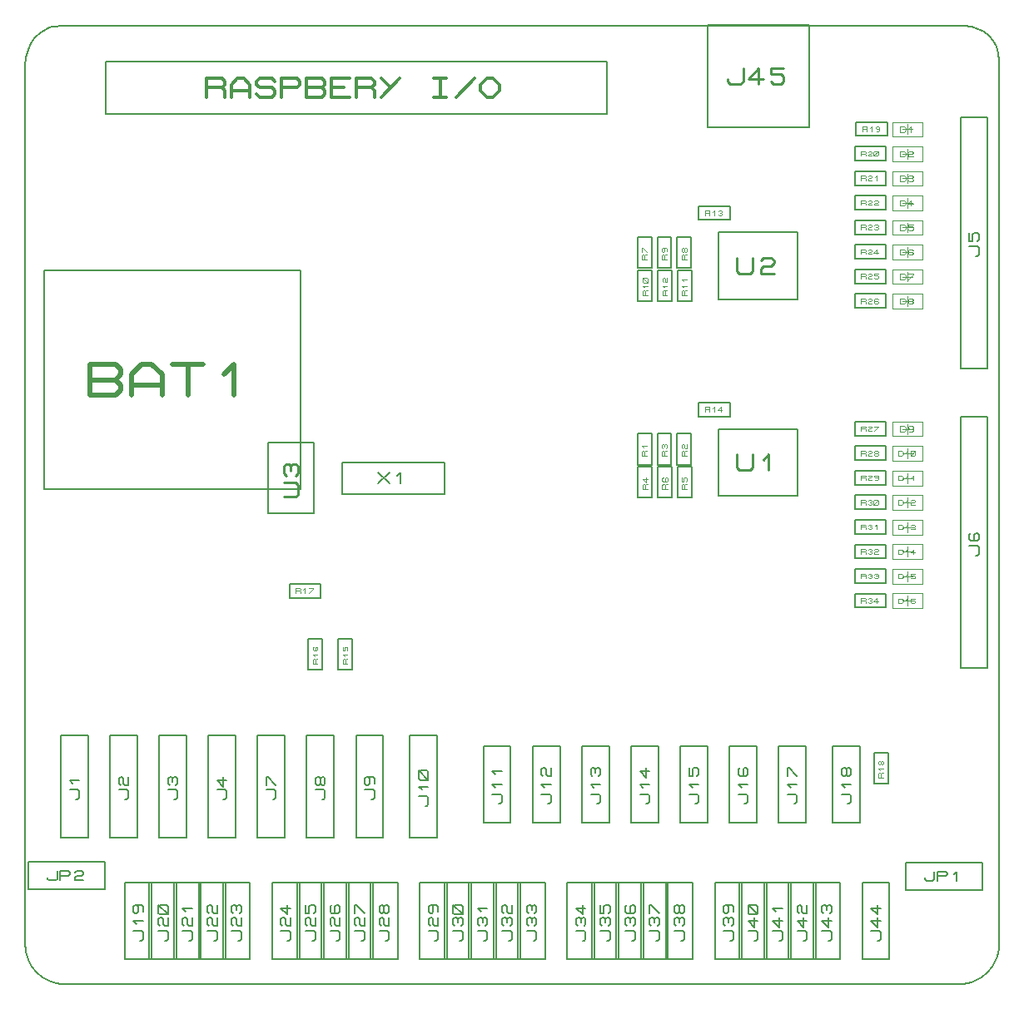
<source format=gbr>
G04 PROTEUS RS274X GERBER FILE*
%FSLAX45Y45*%
%MOMM*%
G01*
%ADD72C,0.203200*%
%ADD49C,0.316990*%
%ADD50C,0.522030*%
%ADD51C,0.164590*%
%ADD52C,0.241300*%
%ADD53C,0.270000*%
%ADD54C,0.078740*%
%ADD55C,0.085340*%
%ADD56C,0.050000*%
%ADD57C,0.093000*%
%ADD58C,0.076250*%
%ADD59C,0.192190*%
%ADD60C,0.259080*%
D72*
X+862840Y-941160D02*
X+5963160Y-941160D01*
X+5963160Y-412840D01*
X+862840Y-412840D01*
X+862840Y-941160D01*
D49*
X+1891442Y-772098D02*
X+1891442Y-581903D01*
X+2049937Y-581903D01*
X+2081636Y-613602D01*
X+2081636Y-645301D01*
X+2049937Y-677000D01*
X+1891442Y-677000D01*
X+2049937Y-677000D02*
X+2081636Y-708700D01*
X+2081636Y-772098D01*
X+2145035Y-772098D02*
X+2145035Y-645301D01*
X+2208433Y-581903D01*
X+2271831Y-581903D01*
X+2335229Y-645301D01*
X+2335229Y-772098D01*
X+2145035Y-708700D02*
X+2335229Y-708700D01*
X+2398628Y-740399D02*
X+2430327Y-772098D01*
X+2557123Y-772098D01*
X+2588822Y-740399D01*
X+2588822Y-708700D01*
X+2557123Y-677000D01*
X+2430327Y-677000D01*
X+2398628Y-645301D01*
X+2398628Y-613602D01*
X+2430327Y-581903D01*
X+2557123Y-581903D01*
X+2588822Y-613602D01*
X+2652221Y-772098D02*
X+2652221Y-581903D01*
X+2810716Y-581903D01*
X+2842415Y-613602D01*
X+2842415Y-645301D01*
X+2810716Y-677000D01*
X+2652221Y-677000D01*
X+2905814Y-772098D02*
X+2905814Y-581903D01*
X+3064309Y-581903D01*
X+3096008Y-613602D01*
X+3096008Y-645301D01*
X+3064309Y-677000D01*
X+3096008Y-708700D01*
X+3096008Y-740399D01*
X+3064309Y-772098D01*
X+2905814Y-772098D01*
X+2905814Y-677000D02*
X+3064309Y-677000D01*
X+3349601Y-772098D02*
X+3159407Y-772098D01*
X+3159407Y-581903D01*
X+3349601Y-581903D01*
X+3159407Y-677000D02*
X+3286203Y-677000D01*
X+3413000Y-772098D02*
X+3413000Y-581903D01*
X+3571495Y-581903D01*
X+3603194Y-613602D01*
X+3603194Y-645301D01*
X+3571495Y-677000D01*
X+3413000Y-677000D01*
X+3571495Y-677000D02*
X+3603194Y-708700D01*
X+3603194Y-772098D01*
X+3856787Y-581903D02*
X+3666593Y-772098D01*
X+3666593Y-581903D02*
X+3761690Y-677000D01*
X+4205478Y-581903D02*
X+4332274Y-581903D01*
X+4268876Y-581903D02*
X+4268876Y-772098D01*
X+4205478Y-772098D02*
X+4332274Y-772098D01*
X+4617566Y-581903D02*
X+4427372Y-772098D01*
X+4680965Y-645301D02*
X+4744363Y-581903D01*
X+4807761Y-581903D01*
X+4871159Y-645301D01*
X+4871159Y-708700D01*
X+4807761Y-772098D01*
X+4744363Y-772098D01*
X+4680965Y-708700D01*
X+4680965Y-645301D01*
D72*
X+239840Y-4760160D02*
X+2850000Y-4760160D01*
X+2850000Y-2539840D01*
X+239840Y-2539840D01*
X+239840Y-4760160D01*
D50*
X+709670Y-3806610D02*
X+709670Y-3493391D01*
X+970685Y-3493391D01*
X+1022888Y-3545594D01*
X+1022888Y-3597797D01*
X+970685Y-3650000D01*
X+1022888Y-3702204D01*
X+1022888Y-3754407D01*
X+970685Y-3806610D01*
X+709670Y-3806610D01*
X+709670Y-3650000D02*
X+970685Y-3650000D01*
X+1127295Y-3806610D02*
X+1127295Y-3597797D01*
X+1231701Y-3493391D01*
X+1336107Y-3493391D01*
X+1440513Y-3597797D01*
X+1440513Y-3806610D01*
X+1127295Y-3702204D02*
X+1440513Y-3702204D01*
X+1544920Y-3493391D02*
X+1858138Y-3493391D01*
X+1701529Y-3493391D02*
X+1701529Y-3806610D01*
X+2066951Y-3597797D02*
X+2171357Y-3493391D01*
X+2171357Y-3806610D01*
D72*
X+411298Y-8308660D02*
X+685618Y-8308660D01*
X+685618Y-7272340D01*
X+411298Y-7272340D01*
X+411298Y-8308660D01*
D51*
X+564918Y-7922173D02*
X+581377Y-7922173D01*
X+597836Y-7905714D01*
X+597836Y-7839878D01*
X+581377Y-7823419D01*
X+499081Y-7823419D01*
X+531999Y-7757582D02*
X+499081Y-7724664D01*
X+597836Y-7724664D01*
D72*
X+911298Y-8308660D02*
X+1185618Y-8308660D01*
X+1185618Y-7272340D01*
X+911298Y-7272340D01*
X+911298Y-8308660D01*
D51*
X+1064918Y-7922173D02*
X+1081377Y-7922173D01*
X+1097836Y-7905714D01*
X+1097836Y-7839878D01*
X+1081377Y-7823419D01*
X+999081Y-7823419D01*
X+1015540Y-7774041D02*
X+999081Y-7757582D01*
X+999081Y-7708205D01*
X+1015540Y-7691746D01*
X+1031999Y-7691746D01*
X+1048458Y-7708205D01*
X+1048458Y-7757582D01*
X+1064918Y-7774041D01*
X+1097836Y-7774041D01*
X+1097836Y-7691746D01*
D72*
X+1411298Y-8308660D02*
X+1685618Y-8308660D01*
X+1685618Y-7272340D01*
X+1411298Y-7272340D01*
X+1411298Y-8308660D01*
D51*
X+1564918Y-7922173D02*
X+1581377Y-7922173D01*
X+1597836Y-7905714D01*
X+1597836Y-7839878D01*
X+1581377Y-7823419D01*
X+1499081Y-7823419D01*
X+1515540Y-7774041D02*
X+1499081Y-7757582D01*
X+1499081Y-7708205D01*
X+1515540Y-7691746D01*
X+1531999Y-7691746D01*
X+1548458Y-7708205D01*
X+1564918Y-7691746D01*
X+1581377Y-7691746D01*
X+1597836Y-7708205D01*
X+1597836Y-7757582D01*
X+1581377Y-7774041D01*
X+1548458Y-7741123D02*
X+1548458Y-7708205D01*
D72*
X+1911298Y-8308660D02*
X+2185618Y-8308660D01*
X+2185618Y-7272340D01*
X+1911298Y-7272340D01*
X+1911298Y-8308660D01*
D51*
X+2064918Y-7922173D02*
X+2081377Y-7922173D01*
X+2097836Y-7905714D01*
X+2097836Y-7839878D01*
X+2081377Y-7823419D01*
X+1999081Y-7823419D01*
X+2064918Y-7691746D02*
X+2064918Y-7790500D01*
X+1999081Y-7724664D01*
X+2097836Y-7724664D01*
D72*
X+2411298Y-8308660D02*
X+2685618Y-8308660D01*
X+2685618Y-7272340D01*
X+2411298Y-7272340D01*
X+2411298Y-8308660D01*
D51*
X+2564918Y-7922173D02*
X+2581377Y-7922173D01*
X+2597836Y-7905714D01*
X+2597836Y-7839878D01*
X+2581377Y-7823419D01*
X+2499081Y-7823419D01*
X+2499081Y-7774041D02*
X+2499081Y-7691746D01*
X+2515540Y-7691746D01*
X+2597836Y-7774041D01*
D72*
X+2911298Y-8308660D02*
X+3185618Y-8308660D01*
X+3185618Y-7272340D01*
X+2911298Y-7272340D01*
X+2911298Y-8308660D01*
D51*
X+3064918Y-7922173D02*
X+3081377Y-7922173D01*
X+3097836Y-7905714D01*
X+3097836Y-7839878D01*
X+3081377Y-7823419D01*
X+2999081Y-7823419D01*
X+3048458Y-7757582D02*
X+3031999Y-7774041D01*
X+3015540Y-7774041D01*
X+2999081Y-7757582D01*
X+2999081Y-7708205D01*
X+3015540Y-7691746D01*
X+3031999Y-7691746D01*
X+3048458Y-7708205D01*
X+3048458Y-7757582D01*
X+3064918Y-7774041D01*
X+3081377Y-7774041D01*
X+3097836Y-7757582D01*
X+3097836Y-7708205D01*
X+3081377Y-7691746D01*
X+3064918Y-7691746D01*
X+3048458Y-7708205D01*
D72*
X+3411298Y-8308660D02*
X+3685618Y-8308660D01*
X+3685618Y-7272340D01*
X+3411298Y-7272340D01*
X+3411298Y-8308660D01*
D51*
X+3564918Y-7922173D02*
X+3581377Y-7922173D01*
X+3597836Y-7905714D01*
X+3597836Y-7839878D01*
X+3581377Y-7823419D01*
X+3499081Y-7823419D01*
X+3531999Y-7691746D02*
X+3548458Y-7708205D01*
X+3548458Y-7757582D01*
X+3531999Y-7774041D01*
X+3515540Y-7774041D01*
X+3499081Y-7757582D01*
X+3499081Y-7708205D01*
X+3515540Y-7691746D01*
X+3581377Y-7691746D01*
X+3597836Y-7708205D01*
X+3597836Y-7757582D01*
D72*
X+3961298Y-8308660D02*
X+4235618Y-8308660D01*
X+4235618Y-7272340D01*
X+3961298Y-7272340D01*
X+3961298Y-8308660D01*
D51*
X+4114918Y-7988009D02*
X+4131377Y-7988009D01*
X+4147836Y-7971550D01*
X+4147836Y-7905714D01*
X+4131377Y-7889255D01*
X+4049081Y-7889255D01*
X+4081999Y-7823418D02*
X+4049081Y-7790500D01*
X+4147836Y-7790500D01*
X+4131377Y-7724663D02*
X+4065540Y-7724663D01*
X+4049081Y-7708204D01*
X+4049081Y-7642368D01*
X+4065540Y-7625909D01*
X+4131377Y-7625909D01*
X+4147836Y-7642368D01*
X+4147836Y-7708204D01*
X+4131377Y-7724663D01*
X+4147836Y-7724663D02*
X+4049081Y-7625909D01*
D72*
X+4711298Y-8158660D02*
X+4985618Y-8158660D01*
X+4985618Y-7376340D01*
X+4711298Y-7376340D01*
X+4711298Y-8158660D01*
D51*
X+4864918Y-7965009D02*
X+4881377Y-7965009D01*
X+4897836Y-7948550D01*
X+4897836Y-7882714D01*
X+4881377Y-7866255D01*
X+4799081Y-7866255D01*
X+4831999Y-7800418D02*
X+4799081Y-7767500D01*
X+4897836Y-7767500D01*
X+4831999Y-7668745D02*
X+4799081Y-7635827D01*
X+4897836Y-7635827D01*
D72*
X+5211298Y-8158660D02*
X+5485618Y-8158660D01*
X+5485618Y-7376340D01*
X+5211298Y-7376340D01*
X+5211298Y-8158660D01*
D51*
X+5364918Y-7965009D02*
X+5381377Y-7965009D01*
X+5397836Y-7948550D01*
X+5397836Y-7882714D01*
X+5381377Y-7866255D01*
X+5299081Y-7866255D01*
X+5331999Y-7800418D02*
X+5299081Y-7767500D01*
X+5397836Y-7767500D01*
X+5315540Y-7685204D02*
X+5299081Y-7668745D01*
X+5299081Y-7619368D01*
X+5315540Y-7602909D01*
X+5331999Y-7602909D01*
X+5348458Y-7619368D01*
X+5348458Y-7668745D01*
X+5364918Y-7685204D01*
X+5397836Y-7685204D01*
X+5397836Y-7602909D01*
D72*
X+5711298Y-8158660D02*
X+5985618Y-8158660D01*
X+5985618Y-7376340D01*
X+5711298Y-7376340D01*
X+5711298Y-8158660D01*
D51*
X+5864918Y-7965009D02*
X+5881377Y-7965009D01*
X+5897836Y-7948550D01*
X+5897836Y-7882714D01*
X+5881377Y-7866255D01*
X+5799081Y-7866255D01*
X+5831999Y-7800418D02*
X+5799081Y-7767500D01*
X+5897836Y-7767500D01*
X+5815540Y-7685204D02*
X+5799081Y-7668745D01*
X+5799081Y-7619368D01*
X+5815540Y-7602909D01*
X+5831999Y-7602909D01*
X+5848458Y-7619368D01*
X+5864918Y-7602909D01*
X+5881377Y-7602909D01*
X+5897836Y-7619368D01*
X+5897836Y-7668745D01*
X+5881377Y-7685204D01*
X+5848458Y-7652286D02*
X+5848458Y-7619368D01*
D72*
X+6211298Y-8158660D02*
X+6485618Y-8158660D01*
X+6485618Y-7376340D01*
X+6211298Y-7376340D01*
X+6211298Y-8158660D01*
D51*
X+6364918Y-7965009D02*
X+6381377Y-7965009D01*
X+6397836Y-7948550D01*
X+6397836Y-7882714D01*
X+6381377Y-7866255D01*
X+6299081Y-7866255D01*
X+6331999Y-7800418D02*
X+6299081Y-7767500D01*
X+6397836Y-7767500D01*
X+6364918Y-7602909D02*
X+6364918Y-7701663D01*
X+6299081Y-7635827D01*
X+6397836Y-7635827D01*
D72*
X+6711298Y-8158660D02*
X+6985618Y-8158660D01*
X+6985618Y-7376340D01*
X+6711298Y-7376340D01*
X+6711298Y-8158660D01*
D51*
X+6864918Y-7965009D02*
X+6881377Y-7965009D01*
X+6897836Y-7948550D01*
X+6897836Y-7882714D01*
X+6881377Y-7866255D01*
X+6799081Y-7866255D01*
X+6831999Y-7800418D02*
X+6799081Y-7767500D01*
X+6897836Y-7767500D01*
X+6799081Y-7602909D02*
X+6799081Y-7685204D01*
X+6831999Y-7685204D01*
X+6831999Y-7619368D01*
X+6848458Y-7602909D01*
X+6881377Y-7602909D01*
X+6897836Y-7619368D01*
X+6897836Y-7668745D01*
X+6881377Y-7685204D01*
D72*
X+7211298Y-8158660D02*
X+7485618Y-8158660D01*
X+7485618Y-7376340D01*
X+7211298Y-7376340D01*
X+7211298Y-8158660D01*
D51*
X+7364918Y-7965009D02*
X+7381377Y-7965009D01*
X+7397836Y-7948550D01*
X+7397836Y-7882714D01*
X+7381377Y-7866255D01*
X+7299081Y-7866255D01*
X+7331999Y-7800418D02*
X+7299081Y-7767500D01*
X+7397836Y-7767500D01*
X+7315540Y-7602909D02*
X+7299081Y-7619368D01*
X+7299081Y-7668745D01*
X+7315540Y-7685204D01*
X+7381377Y-7685204D01*
X+7397836Y-7668745D01*
X+7397836Y-7619368D01*
X+7381377Y-7602909D01*
X+7364918Y-7602909D01*
X+7348458Y-7619368D01*
X+7348458Y-7685204D01*
D72*
X+7711298Y-8158660D02*
X+7985618Y-8158660D01*
X+7985618Y-7376340D01*
X+7711298Y-7376340D01*
X+7711298Y-8158660D01*
D51*
X+7864918Y-7965009D02*
X+7881377Y-7965009D01*
X+7897836Y-7948550D01*
X+7897836Y-7882714D01*
X+7881377Y-7866255D01*
X+7799081Y-7866255D01*
X+7831999Y-7800418D02*
X+7799081Y-7767500D01*
X+7897836Y-7767500D01*
X+7799081Y-7685204D02*
X+7799081Y-7602909D01*
X+7815540Y-7602909D01*
X+7897836Y-7685204D01*
D72*
X+8261298Y-8158660D02*
X+8535618Y-8158660D01*
X+8535618Y-7376340D01*
X+8261298Y-7376340D01*
X+8261298Y-8158660D01*
D51*
X+8414918Y-7965009D02*
X+8431377Y-7965009D01*
X+8447836Y-7948550D01*
X+8447836Y-7882714D01*
X+8431377Y-7866255D01*
X+8349081Y-7866255D01*
X+8381999Y-7800418D02*
X+8349081Y-7767500D01*
X+8447836Y-7767500D01*
X+8398458Y-7668745D02*
X+8381999Y-7685204D01*
X+8365540Y-7685204D01*
X+8349081Y-7668745D01*
X+8349081Y-7619368D01*
X+8365540Y-7602909D01*
X+8381999Y-7602909D01*
X+8398458Y-7619368D01*
X+8398458Y-7668745D01*
X+8414918Y-7685204D01*
X+8431377Y-7685204D01*
X+8447836Y-7668745D01*
X+8447836Y-7619368D01*
X+8431377Y-7602909D01*
X+8414918Y-7602909D01*
X+8398458Y-7619368D01*
D72*
X+1061298Y-9550660D02*
X+1335618Y-9550660D01*
X+1335618Y-8768340D01*
X+1061298Y-8768340D01*
X+1061298Y-9550660D01*
D51*
X+1214918Y-9357009D02*
X+1231377Y-9357009D01*
X+1247836Y-9340550D01*
X+1247836Y-9274714D01*
X+1231377Y-9258255D01*
X+1149081Y-9258255D01*
X+1181999Y-9192418D02*
X+1149081Y-9159500D01*
X+1247836Y-9159500D01*
X+1181999Y-8994909D02*
X+1198458Y-9011368D01*
X+1198458Y-9060745D01*
X+1181999Y-9077204D01*
X+1165540Y-9077204D01*
X+1149081Y-9060745D01*
X+1149081Y-9011368D01*
X+1165540Y-8994909D01*
X+1231377Y-8994909D01*
X+1247836Y-9011368D01*
X+1247836Y-9060745D01*
D72*
X+1311298Y-9550660D02*
X+1585618Y-9550660D01*
X+1585618Y-8768340D01*
X+1311298Y-8768340D01*
X+1311298Y-9550660D01*
D51*
X+1464918Y-9357009D02*
X+1481377Y-9357009D01*
X+1497836Y-9340550D01*
X+1497836Y-9274714D01*
X+1481377Y-9258255D01*
X+1399081Y-9258255D01*
X+1415540Y-9208877D02*
X+1399081Y-9192418D01*
X+1399081Y-9143041D01*
X+1415540Y-9126582D01*
X+1431999Y-9126582D01*
X+1448458Y-9143041D01*
X+1448458Y-9192418D01*
X+1464918Y-9208877D01*
X+1497836Y-9208877D01*
X+1497836Y-9126582D01*
X+1481377Y-9093663D02*
X+1415540Y-9093663D01*
X+1399081Y-9077204D01*
X+1399081Y-9011368D01*
X+1415540Y-8994909D01*
X+1481377Y-8994909D01*
X+1497836Y-9011368D01*
X+1497836Y-9077204D01*
X+1481377Y-9093663D01*
X+1497836Y-9093663D02*
X+1399081Y-8994909D01*
D72*
X+1561298Y-9550660D02*
X+1835618Y-9550660D01*
X+1835618Y-8768340D01*
X+1561298Y-8768340D01*
X+1561298Y-9550660D01*
D51*
X+1714918Y-9357009D02*
X+1731377Y-9357009D01*
X+1747836Y-9340550D01*
X+1747836Y-9274714D01*
X+1731377Y-9258255D01*
X+1649081Y-9258255D01*
X+1665540Y-9208877D02*
X+1649081Y-9192418D01*
X+1649081Y-9143041D01*
X+1665540Y-9126582D01*
X+1681999Y-9126582D01*
X+1698458Y-9143041D01*
X+1698458Y-9192418D01*
X+1714918Y-9208877D01*
X+1747836Y-9208877D01*
X+1747836Y-9126582D01*
X+1681999Y-9060745D02*
X+1649081Y-9027827D01*
X+1747836Y-9027827D01*
D72*
X+1811298Y-9550660D02*
X+2085618Y-9550660D01*
X+2085618Y-8768340D01*
X+1811298Y-8768340D01*
X+1811298Y-9550660D01*
D51*
X+1964918Y-9357009D02*
X+1981377Y-9357009D01*
X+1997836Y-9340550D01*
X+1997836Y-9274714D01*
X+1981377Y-9258255D01*
X+1899081Y-9258255D01*
X+1915540Y-9208877D02*
X+1899081Y-9192418D01*
X+1899081Y-9143041D01*
X+1915540Y-9126582D01*
X+1931999Y-9126582D01*
X+1948458Y-9143041D01*
X+1948458Y-9192418D01*
X+1964918Y-9208877D01*
X+1997836Y-9208877D01*
X+1997836Y-9126582D01*
X+1915540Y-9077204D02*
X+1899081Y-9060745D01*
X+1899081Y-9011368D01*
X+1915540Y-8994909D01*
X+1931999Y-8994909D01*
X+1948458Y-9011368D01*
X+1948458Y-9060745D01*
X+1964918Y-9077204D01*
X+1997836Y-9077204D01*
X+1997836Y-8994909D01*
D72*
X+2061298Y-9550660D02*
X+2335618Y-9550660D01*
X+2335618Y-8768340D01*
X+2061298Y-8768340D01*
X+2061298Y-9550660D01*
D51*
X+2214918Y-9357009D02*
X+2231377Y-9357009D01*
X+2247836Y-9340550D01*
X+2247836Y-9274714D01*
X+2231377Y-9258255D01*
X+2149081Y-9258255D01*
X+2165540Y-9208877D02*
X+2149081Y-9192418D01*
X+2149081Y-9143041D01*
X+2165540Y-9126582D01*
X+2181999Y-9126582D01*
X+2198458Y-9143041D01*
X+2198458Y-9192418D01*
X+2214918Y-9208877D01*
X+2247836Y-9208877D01*
X+2247836Y-9126582D01*
X+2165540Y-9077204D02*
X+2149081Y-9060745D01*
X+2149081Y-9011368D01*
X+2165540Y-8994909D01*
X+2181999Y-8994909D01*
X+2198458Y-9011368D01*
X+2214918Y-8994909D01*
X+2231377Y-8994909D01*
X+2247836Y-9011368D01*
X+2247836Y-9060745D01*
X+2231377Y-9077204D01*
X+2198458Y-9044286D02*
X+2198458Y-9011368D01*
D72*
X+2561298Y-9550660D02*
X+2835618Y-9550660D01*
X+2835618Y-8768340D01*
X+2561298Y-8768340D01*
X+2561298Y-9550660D01*
D51*
X+2714918Y-9357009D02*
X+2731377Y-9357009D01*
X+2747836Y-9340550D01*
X+2747836Y-9274714D01*
X+2731377Y-9258255D01*
X+2649081Y-9258255D01*
X+2665540Y-9208877D02*
X+2649081Y-9192418D01*
X+2649081Y-9143041D01*
X+2665540Y-9126582D01*
X+2681999Y-9126582D01*
X+2698458Y-9143041D01*
X+2698458Y-9192418D01*
X+2714918Y-9208877D01*
X+2747836Y-9208877D01*
X+2747836Y-9126582D01*
X+2714918Y-8994909D02*
X+2714918Y-9093663D01*
X+2649081Y-9027827D01*
X+2747836Y-9027827D01*
D72*
X+2811298Y-9550660D02*
X+3085618Y-9550660D01*
X+3085618Y-8768340D01*
X+2811298Y-8768340D01*
X+2811298Y-9550660D01*
D51*
X+2964918Y-9357009D02*
X+2981377Y-9357009D01*
X+2997836Y-9340550D01*
X+2997836Y-9274714D01*
X+2981377Y-9258255D01*
X+2899081Y-9258255D01*
X+2915540Y-9208877D02*
X+2899081Y-9192418D01*
X+2899081Y-9143041D01*
X+2915540Y-9126582D01*
X+2931999Y-9126582D01*
X+2948458Y-9143041D01*
X+2948458Y-9192418D01*
X+2964918Y-9208877D01*
X+2997836Y-9208877D01*
X+2997836Y-9126582D01*
X+2899081Y-8994909D02*
X+2899081Y-9077204D01*
X+2931999Y-9077204D01*
X+2931999Y-9011368D01*
X+2948458Y-8994909D01*
X+2981377Y-8994909D01*
X+2997836Y-9011368D01*
X+2997836Y-9060745D01*
X+2981377Y-9077204D01*
D72*
X+3061298Y-9550660D02*
X+3335618Y-9550660D01*
X+3335618Y-8768340D01*
X+3061298Y-8768340D01*
X+3061298Y-9550660D01*
D51*
X+3214918Y-9357009D02*
X+3231377Y-9357009D01*
X+3247836Y-9340550D01*
X+3247836Y-9274714D01*
X+3231377Y-9258255D01*
X+3149081Y-9258255D01*
X+3165540Y-9208877D02*
X+3149081Y-9192418D01*
X+3149081Y-9143041D01*
X+3165540Y-9126582D01*
X+3181999Y-9126582D01*
X+3198458Y-9143041D01*
X+3198458Y-9192418D01*
X+3214918Y-9208877D01*
X+3247836Y-9208877D01*
X+3247836Y-9126582D01*
X+3165540Y-8994909D02*
X+3149081Y-9011368D01*
X+3149081Y-9060745D01*
X+3165540Y-9077204D01*
X+3231377Y-9077204D01*
X+3247836Y-9060745D01*
X+3247836Y-9011368D01*
X+3231377Y-8994909D01*
X+3214918Y-8994909D01*
X+3198458Y-9011368D01*
X+3198458Y-9077204D01*
D72*
X+3311298Y-9550660D02*
X+3585618Y-9550660D01*
X+3585618Y-8768340D01*
X+3311298Y-8768340D01*
X+3311298Y-9550660D01*
D51*
X+3464918Y-9357009D02*
X+3481377Y-9357009D01*
X+3497836Y-9340550D01*
X+3497836Y-9274714D01*
X+3481377Y-9258255D01*
X+3399081Y-9258255D01*
X+3415540Y-9208877D02*
X+3399081Y-9192418D01*
X+3399081Y-9143041D01*
X+3415540Y-9126582D01*
X+3431999Y-9126582D01*
X+3448458Y-9143041D01*
X+3448458Y-9192418D01*
X+3464918Y-9208877D01*
X+3497836Y-9208877D01*
X+3497836Y-9126582D01*
X+3399081Y-9077204D02*
X+3399081Y-8994909D01*
X+3415540Y-8994909D01*
X+3497836Y-9077204D01*
D72*
X+3561298Y-9550660D02*
X+3835618Y-9550660D01*
X+3835618Y-8768340D01*
X+3561298Y-8768340D01*
X+3561298Y-9550660D01*
D51*
X+3714918Y-9357009D02*
X+3731377Y-9357009D01*
X+3747836Y-9340550D01*
X+3747836Y-9274714D01*
X+3731377Y-9258255D01*
X+3649081Y-9258255D01*
X+3665540Y-9208877D02*
X+3649081Y-9192418D01*
X+3649081Y-9143041D01*
X+3665540Y-9126582D01*
X+3681999Y-9126582D01*
X+3698458Y-9143041D01*
X+3698458Y-9192418D01*
X+3714918Y-9208877D01*
X+3747836Y-9208877D01*
X+3747836Y-9126582D01*
X+3698458Y-9060745D02*
X+3681999Y-9077204D01*
X+3665540Y-9077204D01*
X+3649081Y-9060745D01*
X+3649081Y-9011368D01*
X+3665540Y-8994909D01*
X+3681999Y-8994909D01*
X+3698458Y-9011368D01*
X+3698458Y-9060745D01*
X+3714918Y-9077204D01*
X+3731377Y-9077204D01*
X+3747836Y-9060745D01*
X+3747836Y-9011368D01*
X+3731377Y-8994909D01*
X+3714918Y-8994909D01*
X+3698458Y-9011368D01*
D72*
X+4061298Y-9550660D02*
X+4335618Y-9550660D01*
X+4335618Y-8768340D01*
X+4061298Y-8768340D01*
X+4061298Y-9550660D01*
D51*
X+4214918Y-9357009D02*
X+4231377Y-9357009D01*
X+4247836Y-9340550D01*
X+4247836Y-9274714D01*
X+4231377Y-9258255D01*
X+4149081Y-9258255D01*
X+4165540Y-9208877D02*
X+4149081Y-9192418D01*
X+4149081Y-9143041D01*
X+4165540Y-9126582D01*
X+4181999Y-9126582D01*
X+4198458Y-9143041D01*
X+4198458Y-9192418D01*
X+4214918Y-9208877D01*
X+4247836Y-9208877D01*
X+4247836Y-9126582D01*
X+4181999Y-8994909D02*
X+4198458Y-9011368D01*
X+4198458Y-9060745D01*
X+4181999Y-9077204D01*
X+4165540Y-9077204D01*
X+4149081Y-9060745D01*
X+4149081Y-9011368D01*
X+4165540Y-8994909D01*
X+4231377Y-8994909D01*
X+4247836Y-9011368D01*
X+4247836Y-9060745D01*
D72*
X+4311298Y-9550660D02*
X+4585618Y-9550660D01*
X+4585618Y-8768340D01*
X+4311298Y-8768340D01*
X+4311298Y-9550660D01*
D51*
X+4464918Y-9357009D02*
X+4481377Y-9357009D01*
X+4497836Y-9340550D01*
X+4497836Y-9274714D01*
X+4481377Y-9258255D01*
X+4399081Y-9258255D01*
X+4415540Y-9208877D02*
X+4399081Y-9192418D01*
X+4399081Y-9143041D01*
X+4415540Y-9126582D01*
X+4431999Y-9126582D01*
X+4448458Y-9143041D01*
X+4464918Y-9126582D01*
X+4481377Y-9126582D01*
X+4497836Y-9143041D01*
X+4497836Y-9192418D01*
X+4481377Y-9208877D01*
X+4448458Y-9175959D02*
X+4448458Y-9143041D01*
X+4481377Y-9093663D02*
X+4415540Y-9093663D01*
X+4399081Y-9077204D01*
X+4399081Y-9011368D01*
X+4415540Y-8994909D01*
X+4481377Y-8994909D01*
X+4497836Y-9011368D01*
X+4497836Y-9077204D01*
X+4481377Y-9093663D01*
X+4497836Y-9093663D02*
X+4399081Y-8994909D01*
D72*
X+4561298Y-9550660D02*
X+4835618Y-9550660D01*
X+4835618Y-8768340D01*
X+4561298Y-8768340D01*
X+4561298Y-9550660D01*
D51*
X+4714918Y-9357009D02*
X+4731377Y-9357009D01*
X+4747836Y-9340550D01*
X+4747836Y-9274714D01*
X+4731377Y-9258255D01*
X+4649081Y-9258255D01*
X+4665540Y-9208877D02*
X+4649081Y-9192418D01*
X+4649081Y-9143041D01*
X+4665540Y-9126582D01*
X+4681999Y-9126582D01*
X+4698458Y-9143041D01*
X+4714918Y-9126582D01*
X+4731377Y-9126582D01*
X+4747836Y-9143041D01*
X+4747836Y-9192418D01*
X+4731377Y-9208877D01*
X+4698458Y-9175959D02*
X+4698458Y-9143041D01*
X+4681999Y-9060745D02*
X+4649081Y-9027827D01*
X+4747836Y-9027827D01*
D72*
X+4811298Y-9550660D02*
X+5085618Y-9550660D01*
X+5085618Y-8768340D01*
X+4811298Y-8768340D01*
X+4811298Y-9550660D01*
D51*
X+4964918Y-9357009D02*
X+4981377Y-9357009D01*
X+4997836Y-9340550D01*
X+4997836Y-9274714D01*
X+4981377Y-9258255D01*
X+4899081Y-9258255D01*
X+4915540Y-9208877D02*
X+4899081Y-9192418D01*
X+4899081Y-9143041D01*
X+4915540Y-9126582D01*
X+4931999Y-9126582D01*
X+4948458Y-9143041D01*
X+4964918Y-9126582D01*
X+4981377Y-9126582D01*
X+4997836Y-9143041D01*
X+4997836Y-9192418D01*
X+4981377Y-9208877D01*
X+4948458Y-9175959D02*
X+4948458Y-9143041D01*
X+4915540Y-9077204D02*
X+4899081Y-9060745D01*
X+4899081Y-9011368D01*
X+4915540Y-8994909D01*
X+4931999Y-8994909D01*
X+4948458Y-9011368D01*
X+4948458Y-9060745D01*
X+4964918Y-9077204D01*
X+4997836Y-9077204D01*
X+4997836Y-8994909D01*
D72*
X+5061298Y-9550660D02*
X+5335618Y-9550660D01*
X+5335618Y-8768340D01*
X+5061298Y-8768340D01*
X+5061298Y-9550660D01*
D51*
X+5214918Y-9357009D02*
X+5231377Y-9357009D01*
X+5247836Y-9340550D01*
X+5247836Y-9274714D01*
X+5231377Y-9258255D01*
X+5149081Y-9258255D01*
X+5165540Y-9208877D02*
X+5149081Y-9192418D01*
X+5149081Y-9143041D01*
X+5165540Y-9126582D01*
X+5181999Y-9126582D01*
X+5198458Y-9143041D01*
X+5214918Y-9126582D01*
X+5231377Y-9126582D01*
X+5247836Y-9143041D01*
X+5247836Y-9192418D01*
X+5231377Y-9208877D01*
X+5198458Y-9175959D02*
X+5198458Y-9143041D01*
X+5165540Y-9077204D02*
X+5149081Y-9060745D01*
X+5149081Y-9011368D01*
X+5165540Y-8994909D01*
X+5181999Y-8994909D01*
X+5198458Y-9011368D01*
X+5214918Y-8994909D01*
X+5231377Y-8994909D01*
X+5247836Y-9011368D01*
X+5247836Y-9060745D01*
X+5231377Y-9077204D01*
X+5198458Y-9044286D02*
X+5198458Y-9011368D01*
D72*
X+5561298Y-9550660D02*
X+5835618Y-9550660D01*
X+5835618Y-8768340D01*
X+5561298Y-8768340D01*
X+5561298Y-9550660D01*
D51*
X+5714918Y-9357009D02*
X+5731377Y-9357009D01*
X+5747836Y-9340550D01*
X+5747836Y-9274714D01*
X+5731377Y-9258255D01*
X+5649081Y-9258255D01*
X+5665540Y-9208877D02*
X+5649081Y-9192418D01*
X+5649081Y-9143041D01*
X+5665540Y-9126582D01*
X+5681999Y-9126582D01*
X+5698458Y-9143041D01*
X+5714918Y-9126582D01*
X+5731377Y-9126582D01*
X+5747836Y-9143041D01*
X+5747836Y-9192418D01*
X+5731377Y-9208877D01*
X+5698458Y-9175959D02*
X+5698458Y-9143041D01*
X+5714918Y-8994909D02*
X+5714918Y-9093663D01*
X+5649081Y-9027827D01*
X+5747836Y-9027827D01*
D72*
X+5811298Y-9550660D02*
X+6085618Y-9550660D01*
X+6085618Y-8768340D01*
X+5811298Y-8768340D01*
X+5811298Y-9550660D01*
D51*
X+5964918Y-9357009D02*
X+5981377Y-9357009D01*
X+5997836Y-9340550D01*
X+5997836Y-9274714D01*
X+5981377Y-9258255D01*
X+5899081Y-9258255D01*
X+5915540Y-9208877D02*
X+5899081Y-9192418D01*
X+5899081Y-9143041D01*
X+5915540Y-9126582D01*
X+5931999Y-9126582D01*
X+5948458Y-9143041D01*
X+5964918Y-9126582D01*
X+5981377Y-9126582D01*
X+5997836Y-9143041D01*
X+5997836Y-9192418D01*
X+5981377Y-9208877D01*
X+5948458Y-9175959D02*
X+5948458Y-9143041D01*
X+5899081Y-8994909D02*
X+5899081Y-9077204D01*
X+5931999Y-9077204D01*
X+5931999Y-9011368D01*
X+5948458Y-8994909D01*
X+5981377Y-8994909D01*
X+5997836Y-9011368D01*
X+5997836Y-9060745D01*
X+5981377Y-9077204D01*
D72*
X+6061298Y-9550660D02*
X+6335618Y-9550660D01*
X+6335618Y-8768340D01*
X+6061298Y-8768340D01*
X+6061298Y-9550660D01*
D51*
X+6214918Y-9357009D02*
X+6231377Y-9357009D01*
X+6247836Y-9340550D01*
X+6247836Y-9274714D01*
X+6231377Y-9258255D01*
X+6149081Y-9258255D01*
X+6165540Y-9208877D02*
X+6149081Y-9192418D01*
X+6149081Y-9143041D01*
X+6165540Y-9126582D01*
X+6181999Y-9126582D01*
X+6198458Y-9143041D01*
X+6214918Y-9126582D01*
X+6231377Y-9126582D01*
X+6247836Y-9143041D01*
X+6247836Y-9192418D01*
X+6231377Y-9208877D01*
X+6198458Y-9175959D02*
X+6198458Y-9143041D01*
X+6165540Y-8994909D02*
X+6149081Y-9011368D01*
X+6149081Y-9060745D01*
X+6165540Y-9077204D01*
X+6231377Y-9077204D01*
X+6247836Y-9060745D01*
X+6247836Y-9011368D01*
X+6231377Y-8994909D01*
X+6214918Y-8994909D01*
X+6198458Y-9011368D01*
X+6198458Y-9077204D01*
D72*
X+6311298Y-9550660D02*
X+6585618Y-9550660D01*
X+6585618Y-8768340D01*
X+6311298Y-8768340D01*
X+6311298Y-9550660D01*
D51*
X+6464918Y-9357009D02*
X+6481377Y-9357009D01*
X+6497836Y-9340550D01*
X+6497836Y-9274714D01*
X+6481377Y-9258255D01*
X+6399081Y-9258255D01*
X+6415540Y-9208877D02*
X+6399081Y-9192418D01*
X+6399081Y-9143041D01*
X+6415540Y-9126582D01*
X+6431999Y-9126582D01*
X+6448458Y-9143041D01*
X+6464918Y-9126582D01*
X+6481377Y-9126582D01*
X+6497836Y-9143041D01*
X+6497836Y-9192418D01*
X+6481377Y-9208877D01*
X+6448458Y-9175959D02*
X+6448458Y-9143041D01*
X+6399081Y-9077204D02*
X+6399081Y-8994909D01*
X+6415540Y-8994909D01*
X+6497836Y-9077204D01*
D72*
X+6561298Y-9550660D02*
X+6835618Y-9550660D01*
X+6835618Y-8768340D01*
X+6561298Y-8768340D01*
X+6561298Y-9550660D01*
D51*
X+6714918Y-9357009D02*
X+6731377Y-9357009D01*
X+6747836Y-9340550D01*
X+6747836Y-9274714D01*
X+6731377Y-9258255D01*
X+6649081Y-9258255D01*
X+6665540Y-9208877D02*
X+6649081Y-9192418D01*
X+6649081Y-9143041D01*
X+6665540Y-9126582D01*
X+6681999Y-9126582D01*
X+6698458Y-9143041D01*
X+6714918Y-9126582D01*
X+6731377Y-9126582D01*
X+6747836Y-9143041D01*
X+6747836Y-9192418D01*
X+6731377Y-9208877D01*
X+6698458Y-9175959D02*
X+6698458Y-9143041D01*
X+6698458Y-9060745D02*
X+6681999Y-9077204D01*
X+6665540Y-9077204D01*
X+6649081Y-9060745D01*
X+6649081Y-9011368D01*
X+6665540Y-8994909D01*
X+6681999Y-8994909D01*
X+6698458Y-9011368D01*
X+6698458Y-9060745D01*
X+6714918Y-9077204D01*
X+6731377Y-9077204D01*
X+6747836Y-9060745D01*
X+6747836Y-9011368D01*
X+6731377Y-8994909D01*
X+6714918Y-8994909D01*
X+6698458Y-9011368D01*
D72*
X+7061298Y-9550660D02*
X+7335618Y-9550660D01*
X+7335618Y-8768340D01*
X+7061298Y-8768340D01*
X+7061298Y-9550660D01*
D51*
X+7214918Y-9357009D02*
X+7231377Y-9357009D01*
X+7247836Y-9340550D01*
X+7247836Y-9274714D01*
X+7231377Y-9258255D01*
X+7149081Y-9258255D01*
X+7165540Y-9208877D02*
X+7149081Y-9192418D01*
X+7149081Y-9143041D01*
X+7165540Y-9126582D01*
X+7181999Y-9126582D01*
X+7198458Y-9143041D01*
X+7214918Y-9126582D01*
X+7231377Y-9126582D01*
X+7247836Y-9143041D01*
X+7247836Y-9192418D01*
X+7231377Y-9208877D01*
X+7198458Y-9175959D02*
X+7198458Y-9143041D01*
X+7181999Y-8994909D02*
X+7198458Y-9011368D01*
X+7198458Y-9060745D01*
X+7181999Y-9077204D01*
X+7165540Y-9077204D01*
X+7149081Y-9060745D01*
X+7149081Y-9011368D01*
X+7165540Y-8994909D01*
X+7231377Y-8994909D01*
X+7247836Y-9011368D01*
X+7247836Y-9060745D01*
D72*
X+7311298Y-9550660D02*
X+7585618Y-9550660D01*
X+7585618Y-8768340D01*
X+7311298Y-8768340D01*
X+7311298Y-9550660D01*
D51*
X+7464918Y-9357009D02*
X+7481377Y-9357009D01*
X+7497836Y-9340550D01*
X+7497836Y-9274714D01*
X+7481377Y-9258255D01*
X+7399081Y-9258255D01*
X+7464918Y-9126582D02*
X+7464918Y-9225336D01*
X+7399081Y-9159500D01*
X+7497836Y-9159500D01*
X+7481377Y-9093663D02*
X+7415540Y-9093663D01*
X+7399081Y-9077204D01*
X+7399081Y-9011368D01*
X+7415540Y-8994909D01*
X+7481377Y-8994909D01*
X+7497836Y-9011368D01*
X+7497836Y-9077204D01*
X+7481377Y-9093663D01*
X+7497836Y-9093663D02*
X+7399081Y-8994909D01*
D72*
X+7561298Y-9550660D02*
X+7835618Y-9550660D01*
X+7835618Y-8768340D01*
X+7561298Y-8768340D01*
X+7561298Y-9550660D01*
D51*
X+7714918Y-9357009D02*
X+7731377Y-9357009D01*
X+7747836Y-9340550D01*
X+7747836Y-9274714D01*
X+7731377Y-9258255D01*
X+7649081Y-9258255D01*
X+7714918Y-9126582D02*
X+7714918Y-9225336D01*
X+7649081Y-9159500D01*
X+7747836Y-9159500D01*
X+7681999Y-9060745D02*
X+7649081Y-9027827D01*
X+7747836Y-9027827D01*
D72*
X+7811298Y-9550660D02*
X+8085618Y-9550660D01*
X+8085618Y-8768340D01*
X+7811298Y-8768340D01*
X+7811298Y-9550660D01*
D51*
X+7964918Y-9357009D02*
X+7981377Y-9357009D01*
X+7997836Y-9340550D01*
X+7997836Y-9274714D01*
X+7981377Y-9258255D01*
X+7899081Y-9258255D01*
X+7964918Y-9126582D02*
X+7964918Y-9225336D01*
X+7899081Y-9159500D01*
X+7997836Y-9159500D01*
X+7915540Y-9077204D02*
X+7899081Y-9060745D01*
X+7899081Y-9011368D01*
X+7915540Y-8994909D01*
X+7931999Y-8994909D01*
X+7948458Y-9011368D01*
X+7948458Y-9060745D01*
X+7964918Y-9077204D01*
X+7997836Y-9077204D01*
X+7997836Y-8994909D01*
D72*
X+8061298Y-9550660D02*
X+8335618Y-9550660D01*
X+8335618Y-8768340D01*
X+8061298Y-8768340D01*
X+8061298Y-9550660D01*
D51*
X+8214918Y-9357009D02*
X+8231377Y-9357009D01*
X+8247836Y-9340550D01*
X+8247836Y-9274714D01*
X+8231377Y-9258255D01*
X+8149081Y-9258255D01*
X+8214918Y-9126582D02*
X+8214918Y-9225336D01*
X+8149081Y-9159500D01*
X+8247836Y-9159500D01*
X+8165540Y-9077204D02*
X+8149081Y-9060745D01*
X+8149081Y-9011368D01*
X+8165540Y-8994909D01*
X+8181999Y-8994909D01*
X+8198458Y-9011368D01*
X+8214918Y-8994909D01*
X+8231377Y-8994909D01*
X+8247836Y-9011368D01*
X+8247836Y-9060745D01*
X+8231377Y-9077204D01*
X+8198458Y-9044286D02*
X+8198458Y-9011368D01*
D72*
X+8561298Y-9550660D02*
X+8835618Y-9550660D01*
X+8835618Y-8768340D01*
X+8561298Y-8768340D01*
X+8561298Y-9550660D01*
D51*
X+8714918Y-9357009D02*
X+8731377Y-9357009D01*
X+8747836Y-9340550D01*
X+8747836Y-9274714D01*
X+8731377Y-9258255D01*
X+8649081Y-9258255D01*
X+8714918Y-9126582D02*
X+8714918Y-9225336D01*
X+8649081Y-9159500D01*
X+8747836Y-9159500D01*
X+8714918Y-8994909D02*
X+8714918Y-9093663D01*
X+8649081Y-9027827D01*
X+8747836Y-9027827D01*
D72*
X+9562840Y-3537160D02*
X+9837160Y-3537160D01*
X+9837160Y-976840D01*
X+9562840Y-976840D01*
X+9562840Y-3537160D01*
D51*
X+9716460Y-2388673D02*
X+9732919Y-2388673D01*
X+9749378Y-2372214D01*
X+9749378Y-2306378D01*
X+9732919Y-2289919D01*
X+9650623Y-2289919D01*
X+9650623Y-2158246D02*
X+9650623Y-2240541D01*
X+9683541Y-2240541D01*
X+9683541Y-2174705D01*
X+9700000Y-2158246D01*
X+9732919Y-2158246D01*
X+9749378Y-2174705D01*
X+9749378Y-2224082D01*
X+9732919Y-2240541D01*
D72*
X+9562840Y-6587160D02*
X+9837160Y-6587160D01*
X+9837160Y-4026840D01*
X+9562840Y-4026840D01*
X+9562840Y-6587160D01*
D51*
X+9716460Y-5438673D02*
X+9732919Y-5438673D01*
X+9749378Y-5422214D01*
X+9749378Y-5356378D01*
X+9732919Y-5339919D01*
X+9650623Y-5339919D01*
X+9667082Y-5208246D02*
X+9650623Y-5224705D01*
X+9650623Y-5274082D01*
X+9667082Y-5290541D01*
X+9732919Y-5290541D01*
X+9749378Y-5274082D01*
X+9749378Y-5224705D01*
X+9732919Y-5208246D01*
X+9716460Y-5208246D01*
X+9700000Y-5224705D01*
X+9700000Y-5290541D01*
D72*
X+400000Y-50000D02*
X+9600000Y-50000D01*
X+9950000Y-400000D02*
X+9950000Y-9400000D01*
X+50000Y-9400000D02*
X+50000Y-450000D01*
X+2516320Y-5011950D02*
X+2983680Y-5011950D01*
X+2983680Y-4288050D01*
X+2516320Y-4288050D01*
X+2516320Y-5011950D01*
D52*
X+2677610Y-4843040D02*
X+2798260Y-4843040D01*
X+2822390Y-4818910D01*
X+2822390Y-4722390D01*
X+2798260Y-4698260D01*
X+2677610Y-4698260D01*
X+2701740Y-4625870D02*
X+2677610Y-4601740D01*
X+2677610Y-4529350D01*
X+2701740Y-4505220D01*
X+2725870Y-4505220D01*
X+2750000Y-4529350D01*
X+2774130Y-4505220D01*
X+2798260Y-4505220D01*
X+2822390Y-4529350D01*
X+2822390Y-4601740D01*
X+2798260Y-4625870D01*
X+2750000Y-4577610D02*
X+2750000Y-4529350D01*
D72*
X+7095000Y-2830160D02*
X+7905000Y-2830160D01*
X+7905000Y-2149840D01*
X+7095000Y-2149840D01*
X+7095000Y-2830160D01*
D53*
X+7284000Y-2409000D02*
X+7284000Y-2544000D01*
X+7311000Y-2571000D01*
X+7419000Y-2571000D01*
X+7446000Y-2544000D01*
X+7446000Y-2409000D01*
X+7527000Y-2436000D02*
X+7554000Y-2409000D01*
X+7635000Y-2409000D01*
X+7662000Y-2436000D01*
X+7662000Y-2463000D01*
X+7635000Y-2490000D01*
X+7554000Y-2490000D01*
X+7527000Y-2517000D01*
X+7527000Y-2571000D01*
X+7662000Y-2571000D01*
D72*
X+7095000Y-4830160D02*
X+7905000Y-4830160D01*
X+7905000Y-4149840D01*
X+7095000Y-4149840D01*
X+7095000Y-4830160D01*
D53*
X+7284000Y-4409000D02*
X+7284000Y-4544000D01*
X+7311000Y-4571000D01*
X+7419000Y-4571000D01*
X+7446000Y-4544000D01*
X+7446000Y-4409000D01*
X+7554000Y-4463000D02*
X+7608000Y-4409000D01*
X+7608000Y-4571000D01*
D72*
X+8679878Y-7764300D02*
X+8822118Y-7764300D01*
X+8822118Y-7449340D01*
X+8679878Y-7449340D01*
X+8679878Y-7764300D01*
D54*
X+8774620Y-7701308D02*
X+8727376Y-7701308D01*
X+8727376Y-7661938D01*
X+8735250Y-7654064D01*
X+8743124Y-7654064D01*
X+8750998Y-7661938D01*
X+8750998Y-7701308D01*
X+8750998Y-7661938D02*
X+8758872Y-7654064D01*
X+8774620Y-7654064D01*
X+8743124Y-7622568D02*
X+8727376Y-7606820D01*
X+8774620Y-7606820D01*
X+8750998Y-7559576D02*
X+8743124Y-7567450D01*
X+8735250Y-7567450D01*
X+8727376Y-7559576D01*
X+8727376Y-7535954D01*
X+8735250Y-7528080D01*
X+8743124Y-7528080D01*
X+8750998Y-7535954D01*
X+8750998Y-7559576D01*
X+8758872Y-7567450D01*
X+8766746Y-7567450D01*
X+8774620Y-7559576D01*
X+8774620Y-7535954D01*
X+8766746Y-7528080D01*
X+8758872Y-7528080D01*
X+8750998Y-7535954D01*
D72*
X+6276340Y-4514160D02*
X+6418580Y-4514160D01*
X+6418580Y-4199200D01*
X+6276340Y-4199200D01*
X+6276340Y-4514160D01*
D55*
X+6373064Y-4424955D02*
X+6321857Y-4424955D01*
X+6321857Y-4382284D01*
X+6330392Y-4373749D01*
X+6338926Y-4373749D01*
X+6347460Y-4382284D01*
X+6347460Y-4424955D01*
X+6347460Y-4382284D02*
X+6355995Y-4373749D01*
X+6373064Y-4373749D01*
X+6338926Y-4339612D02*
X+6321857Y-4322543D01*
X+6373064Y-4322543D01*
D72*
X+6676340Y-4514160D02*
X+6818580Y-4514160D01*
X+6818580Y-4199200D01*
X+6676340Y-4199200D01*
X+6676340Y-4514160D01*
D55*
X+6773064Y-4424955D02*
X+6721857Y-4424955D01*
X+6721857Y-4382284D01*
X+6730392Y-4373749D01*
X+6738926Y-4373749D01*
X+6747460Y-4382284D01*
X+6747460Y-4424955D01*
X+6747460Y-4382284D02*
X+6755995Y-4373749D01*
X+6773064Y-4373749D01*
X+6730392Y-4348146D02*
X+6721857Y-4339612D01*
X+6721857Y-4314009D01*
X+6730392Y-4305474D01*
X+6738926Y-4305474D01*
X+6747460Y-4314009D01*
X+6747460Y-4339612D01*
X+6755995Y-4348146D01*
X+6773064Y-4348146D01*
X+6773064Y-4305474D01*
D72*
X+6476340Y-4514160D02*
X+6618580Y-4514160D01*
X+6618580Y-4199200D01*
X+6476340Y-4199200D01*
X+6476340Y-4514160D01*
D55*
X+6573064Y-4424955D02*
X+6521857Y-4424955D01*
X+6521857Y-4382284D01*
X+6530392Y-4373749D01*
X+6538926Y-4373749D01*
X+6547460Y-4382284D01*
X+6547460Y-4424955D01*
X+6547460Y-4382284D02*
X+6555995Y-4373749D01*
X+6573064Y-4373749D01*
X+6530392Y-4348146D02*
X+6521857Y-4339612D01*
X+6521857Y-4314009D01*
X+6530392Y-4305474D01*
X+6538926Y-4305474D01*
X+6547460Y-4314009D01*
X+6555995Y-4305474D01*
X+6564529Y-4305474D01*
X+6573064Y-4314009D01*
X+6573064Y-4339612D01*
X+6564529Y-4348146D01*
X+6547460Y-4331077D02*
X+6547460Y-4314009D01*
D72*
X+6281420Y-4850800D02*
X+6423660Y-4850800D01*
X+6423660Y-4535840D01*
X+6281420Y-4535840D01*
X+6281420Y-4850800D01*
D55*
X+6378144Y-4761595D02*
X+6326937Y-4761595D01*
X+6326937Y-4718924D01*
X+6335472Y-4710389D01*
X+6344006Y-4710389D01*
X+6352540Y-4718924D01*
X+6352540Y-4761595D01*
X+6352540Y-4718924D02*
X+6361075Y-4710389D01*
X+6378144Y-4710389D01*
X+6361075Y-4642114D02*
X+6361075Y-4693320D01*
X+6326937Y-4659183D01*
X+6378144Y-4659183D01*
D72*
X+6681420Y-4850800D02*
X+6823660Y-4850800D01*
X+6823660Y-4535840D01*
X+6681420Y-4535840D01*
X+6681420Y-4850800D01*
D55*
X+6778144Y-4761595D02*
X+6726937Y-4761595D01*
X+6726937Y-4718924D01*
X+6735472Y-4710389D01*
X+6744006Y-4710389D01*
X+6752540Y-4718924D01*
X+6752540Y-4761595D01*
X+6752540Y-4718924D02*
X+6761075Y-4710389D01*
X+6778144Y-4710389D01*
X+6726937Y-4642114D02*
X+6726937Y-4684786D01*
X+6744006Y-4684786D01*
X+6744006Y-4650649D01*
X+6752540Y-4642114D01*
X+6769609Y-4642114D01*
X+6778144Y-4650649D01*
X+6778144Y-4676252D01*
X+6769609Y-4684786D01*
D72*
X+6481420Y-4850800D02*
X+6623660Y-4850800D01*
X+6623660Y-4535840D01*
X+6481420Y-4535840D01*
X+6481420Y-4850800D01*
D55*
X+6578144Y-4761595D02*
X+6526937Y-4761595D01*
X+6526937Y-4718924D01*
X+6535472Y-4710389D01*
X+6544006Y-4710389D01*
X+6552540Y-4718924D01*
X+6552540Y-4761595D01*
X+6552540Y-4718924D02*
X+6561075Y-4710389D01*
X+6578144Y-4710389D01*
X+6535472Y-4642114D02*
X+6526937Y-4650649D01*
X+6526937Y-4676252D01*
X+6535472Y-4684786D01*
X+6569609Y-4684786D01*
X+6578144Y-4676252D01*
X+6578144Y-4650649D01*
X+6569609Y-4642114D01*
X+6561075Y-4642114D01*
X+6552540Y-4650649D01*
X+6552540Y-4684786D01*
D72*
X+6276340Y-2514160D02*
X+6418580Y-2514160D01*
X+6418580Y-2199200D01*
X+6276340Y-2199200D01*
X+6276340Y-2514160D01*
D55*
X+6373064Y-2424955D02*
X+6321857Y-2424955D01*
X+6321857Y-2382284D01*
X+6330392Y-2373749D01*
X+6338926Y-2373749D01*
X+6347460Y-2382284D01*
X+6347460Y-2424955D01*
X+6347460Y-2382284D02*
X+6355995Y-2373749D01*
X+6373064Y-2373749D01*
X+6321857Y-2348146D02*
X+6321857Y-2305474D01*
X+6330392Y-2305474D01*
X+6373064Y-2348146D01*
D72*
X+6676340Y-2514160D02*
X+6818580Y-2514160D01*
X+6818580Y-2199200D01*
X+6676340Y-2199200D01*
X+6676340Y-2514160D01*
D55*
X+6773064Y-2424955D02*
X+6721857Y-2424955D01*
X+6721857Y-2382284D01*
X+6730392Y-2373749D01*
X+6738926Y-2373749D01*
X+6747460Y-2382284D01*
X+6747460Y-2424955D01*
X+6747460Y-2382284D02*
X+6755995Y-2373749D01*
X+6773064Y-2373749D01*
X+6747460Y-2339612D02*
X+6738926Y-2348146D01*
X+6730392Y-2348146D01*
X+6721857Y-2339612D01*
X+6721857Y-2314009D01*
X+6730392Y-2305474D01*
X+6738926Y-2305474D01*
X+6747460Y-2314009D01*
X+6747460Y-2339612D01*
X+6755995Y-2348146D01*
X+6764529Y-2348146D01*
X+6773064Y-2339612D01*
X+6773064Y-2314009D01*
X+6764529Y-2305474D01*
X+6755995Y-2305474D01*
X+6747460Y-2314009D01*
D72*
X+6476340Y-2514160D02*
X+6618580Y-2514160D01*
X+6618580Y-2199200D01*
X+6476340Y-2199200D01*
X+6476340Y-2514160D01*
D55*
X+6573064Y-2424955D02*
X+6521857Y-2424955D01*
X+6521857Y-2382284D01*
X+6530392Y-2373749D01*
X+6538926Y-2373749D01*
X+6547460Y-2382284D01*
X+6547460Y-2424955D01*
X+6547460Y-2382284D02*
X+6555995Y-2373749D01*
X+6573064Y-2373749D01*
X+6538926Y-2305474D02*
X+6547460Y-2314009D01*
X+6547460Y-2339612D01*
X+6538926Y-2348146D01*
X+6530392Y-2348146D01*
X+6521857Y-2339612D01*
X+6521857Y-2314009D01*
X+6530392Y-2305474D01*
X+6564529Y-2305474D01*
X+6573064Y-2314009D01*
X+6573064Y-2339612D01*
D72*
X+6281420Y-2850800D02*
X+6423660Y-2850800D01*
X+6423660Y-2535840D01*
X+6281420Y-2535840D01*
X+6281420Y-2850800D01*
D54*
X+6376162Y-2787808D02*
X+6328918Y-2787808D01*
X+6328918Y-2748438D01*
X+6336792Y-2740564D01*
X+6344666Y-2740564D01*
X+6352540Y-2748438D01*
X+6352540Y-2787808D01*
X+6352540Y-2748438D02*
X+6360414Y-2740564D01*
X+6376162Y-2740564D01*
X+6344666Y-2709068D02*
X+6328918Y-2693320D01*
X+6376162Y-2693320D01*
X+6368288Y-2661824D02*
X+6336792Y-2661824D01*
X+6328918Y-2653950D01*
X+6328918Y-2622454D01*
X+6336792Y-2614580D01*
X+6368288Y-2614580D01*
X+6376162Y-2622454D01*
X+6376162Y-2653950D01*
X+6368288Y-2661824D01*
X+6376162Y-2661824D02*
X+6328918Y-2614580D01*
D72*
X+6681420Y-2850800D02*
X+6823660Y-2850800D01*
X+6823660Y-2535840D01*
X+6681420Y-2535840D01*
X+6681420Y-2850800D01*
D54*
X+6776162Y-2787808D02*
X+6728918Y-2787808D01*
X+6728918Y-2748438D01*
X+6736792Y-2740564D01*
X+6744666Y-2740564D01*
X+6752540Y-2748438D01*
X+6752540Y-2787808D01*
X+6752540Y-2748438D02*
X+6760414Y-2740564D01*
X+6776162Y-2740564D01*
X+6744666Y-2709068D02*
X+6728918Y-2693320D01*
X+6776162Y-2693320D01*
X+6744666Y-2646076D02*
X+6728918Y-2630328D01*
X+6776162Y-2630328D01*
D72*
X+6481420Y-2850800D02*
X+6623660Y-2850800D01*
X+6623660Y-2535840D01*
X+6481420Y-2535840D01*
X+6481420Y-2850800D01*
D54*
X+6576162Y-2787808D02*
X+6528918Y-2787808D01*
X+6528918Y-2748438D01*
X+6536792Y-2740564D01*
X+6544666Y-2740564D01*
X+6552540Y-2748438D01*
X+6552540Y-2787808D01*
X+6552540Y-2748438D02*
X+6560414Y-2740564D01*
X+6576162Y-2740564D01*
X+6544666Y-2709068D02*
X+6528918Y-2693320D01*
X+6576162Y-2693320D01*
X+6536792Y-2653950D02*
X+6528918Y-2646076D01*
X+6528918Y-2622454D01*
X+6536792Y-2614580D01*
X+6544666Y-2614580D01*
X+6552540Y-2622454D01*
X+6552540Y-2646076D01*
X+6560414Y-2653950D01*
X+6576162Y-2653950D01*
X+6576162Y-2614580D01*
D72*
X+6899200Y-2023660D02*
X+7214160Y-2023660D01*
X+7214160Y-1881420D01*
X+6899200Y-1881420D01*
X+6899200Y-2023660D01*
D54*
X+6962192Y-1976162D02*
X+6962192Y-1928918D01*
X+7001562Y-1928918D01*
X+7009436Y-1936792D01*
X+7009436Y-1944666D01*
X+7001562Y-1952540D01*
X+6962192Y-1952540D01*
X+7001562Y-1952540D02*
X+7009436Y-1960414D01*
X+7009436Y-1976162D01*
X+7040932Y-1944666D02*
X+7056680Y-1928918D01*
X+7056680Y-1976162D01*
X+7096050Y-1936792D02*
X+7103924Y-1928918D01*
X+7127546Y-1928918D01*
X+7135420Y-1936792D01*
X+7135420Y-1944666D01*
X+7127546Y-1952540D01*
X+7135420Y-1960414D01*
X+7135420Y-1968288D01*
X+7127546Y-1976162D01*
X+7103924Y-1976162D01*
X+7096050Y-1968288D01*
X+7111798Y-1952540D02*
X+7127546Y-1952540D01*
D72*
X+6899200Y-4023660D02*
X+7214160Y-4023660D01*
X+7214160Y-3881420D01*
X+6899200Y-3881420D01*
X+6899200Y-4023660D01*
D54*
X+6962192Y-3976162D02*
X+6962192Y-3928918D01*
X+7001562Y-3928918D01*
X+7009436Y-3936792D01*
X+7009436Y-3944666D01*
X+7001562Y-3952540D01*
X+6962192Y-3952540D01*
X+7001562Y-3952540D02*
X+7009436Y-3960414D01*
X+7009436Y-3976162D01*
X+7040932Y-3944666D02*
X+7056680Y-3928918D01*
X+7056680Y-3976162D01*
X+7135420Y-3960414D02*
X+7088176Y-3960414D01*
X+7119672Y-3928918D01*
X+7119672Y-3976162D01*
D56*
X+9170000Y-1025000D02*
X+8870000Y-1025000D01*
X+8870000Y-1175000D01*
X+9170000Y-1175000D01*
X+9170000Y-1025000D01*
X+9020000Y-1150000D02*
X+9020000Y-1050000D01*
X+8970000Y-1100000D02*
X+9070000Y-1100000D01*
D57*
X+8945600Y-1127900D02*
X+8945600Y-1072100D01*
X+8982800Y-1072100D01*
X+9001400Y-1090700D01*
X+9001400Y-1109300D01*
X+8982800Y-1127900D01*
X+8945600Y-1127900D01*
X+9038600Y-1090700D02*
X+9057200Y-1072100D01*
X+9057200Y-1127900D01*
D56*
X+9170000Y-1275000D02*
X+8870000Y-1275000D01*
X+8870000Y-1425000D01*
X+9170000Y-1425000D01*
X+9170000Y-1275000D01*
X+9020000Y-1400000D02*
X+9020000Y-1300000D01*
X+8970000Y-1350000D02*
X+9070000Y-1350000D01*
D57*
X+8945600Y-1377900D02*
X+8945600Y-1322100D01*
X+8982800Y-1322100D01*
X+9001400Y-1340700D01*
X+9001400Y-1359300D01*
X+8982800Y-1377900D01*
X+8945600Y-1377900D01*
X+9029300Y-1331400D02*
X+9038600Y-1322100D01*
X+9066500Y-1322100D01*
X+9075800Y-1331400D01*
X+9075800Y-1340700D01*
X+9066500Y-1350000D01*
X+9038600Y-1350000D01*
X+9029300Y-1359300D01*
X+9029300Y-1377900D01*
X+9075800Y-1377900D01*
D56*
X+9170000Y-1525000D02*
X+8870000Y-1525000D01*
X+8870000Y-1675000D01*
X+9170000Y-1675000D01*
X+9170000Y-1525000D01*
X+9020000Y-1650000D02*
X+9020000Y-1550000D01*
X+8970000Y-1600000D02*
X+9070000Y-1600000D01*
D57*
X+8945600Y-1627900D02*
X+8945600Y-1572100D01*
X+8982800Y-1572100D01*
X+9001400Y-1590700D01*
X+9001400Y-1609300D01*
X+8982800Y-1627900D01*
X+8945600Y-1627900D01*
X+9029300Y-1581400D02*
X+9038600Y-1572100D01*
X+9066500Y-1572100D01*
X+9075800Y-1581400D01*
X+9075800Y-1590700D01*
X+9066500Y-1600000D01*
X+9075800Y-1609300D01*
X+9075800Y-1618600D01*
X+9066500Y-1627900D01*
X+9038600Y-1627900D01*
X+9029300Y-1618600D01*
X+9047900Y-1600000D02*
X+9066500Y-1600000D01*
D56*
X+9170000Y-1775000D02*
X+8870000Y-1775000D01*
X+8870000Y-1925000D01*
X+9170000Y-1925000D01*
X+9170000Y-1775000D01*
X+9020000Y-1900000D02*
X+9020000Y-1800000D01*
X+8970000Y-1850000D02*
X+9070000Y-1850000D01*
D57*
X+8945600Y-1877900D02*
X+8945600Y-1822100D01*
X+8982800Y-1822100D01*
X+9001400Y-1840700D01*
X+9001400Y-1859300D01*
X+8982800Y-1877900D01*
X+8945600Y-1877900D01*
X+9075800Y-1859300D02*
X+9020000Y-1859300D01*
X+9057200Y-1822100D01*
X+9057200Y-1877900D01*
D56*
X+9170000Y-2025000D02*
X+8870000Y-2025000D01*
X+8870000Y-2175000D01*
X+9170000Y-2175000D01*
X+9170000Y-2025000D01*
X+9020000Y-2150000D02*
X+9020000Y-2050000D01*
X+8970000Y-2100000D02*
X+9070000Y-2100000D01*
D57*
X+8945600Y-2127900D02*
X+8945600Y-2072100D01*
X+8982800Y-2072100D01*
X+9001400Y-2090700D01*
X+9001400Y-2109300D01*
X+8982800Y-2127900D01*
X+8945600Y-2127900D01*
X+9075800Y-2072100D02*
X+9029300Y-2072100D01*
X+9029300Y-2090700D01*
X+9066500Y-2090700D01*
X+9075800Y-2100000D01*
X+9075800Y-2118600D01*
X+9066500Y-2127900D01*
X+9038600Y-2127900D01*
X+9029300Y-2118600D01*
D56*
X+9170000Y-2275000D02*
X+8870000Y-2275000D01*
X+8870000Y-2425000D01*
X+9170000Y-2425000D01*
X+9170000Y-2275000D01*
X+9020000Y-2400000D02*
X+9020000Y-2300000D01*
X+8970000Y-2350000D02*
X+9070000Y-2350000D01*
D57*
X+8945600Y-2377900D02*
X+8945600Y-2322100D01*
X+8982800Y-2322100D01*
X+9001400Y-2340700D01*
X+9001400Y-2359300D01*
X+8982800Y-2377900D01*
X+8945600Y-2377900D01*
X+9075800Y-2331400D02*
X+9066500Y-2322100D01*
X+9038600Y-2322100D01*
X+9029300Y-2331400D01*
X+9029300Y-2368600D01*
X+9038600Y-2377900D01*
X+9066500Y-2377900D01*
X+9075800Y-2368600D01*
X+9075800Y-2359300D01*
X+9066500Y-2350000D01*
X+9029300Y-2350000D01*
D56*
X+9170000Y-2525000D02*
X+8870000Y-2525000D01*
X+8870000Y-2675000D01*
X+9170000Y-2675000D01*
X+9170000Y-2525000D01*
X+9020000Y-2650000D02*
X+9020000Y-2550000D01*
X+8970000Y-2600000D02*
X+9070000Y-2600000D01*
D57*
X+8945600Y-2627900D02*
X+8945600Y-2572100D01*
X+8982800Y-2572100D01*
X+9001400Y-2590700D01*
X+9001400Y-2609300D01*
X+8982800Y-2627900D01*
X+8945600Y-2627900D01*
X+9029300Y-2572100D02*
X+9075800Y-2572100D01*
X+9075800Y-2581400D01*
X+9029300Y-2627900D01*
D56*
X+9170000Y-2775000D02*
X+8870000Y-2775000D01*
X+8870000Y-2925000D01*
X+9170000Y-2925000D01*
X+9170000Y-2775000D01*
X+9020000Y-2900000D02*
X+9020000Y-2800000D01*
X+8970000Y-2850000D02*
X+9070000Y-2850000D01*
D57*
X+8945600Y-2877900D02*
X+8945600Y-2822100D01*
X+8982800Y-2822100D01*
X+9001400Y-2840700D01*
X+9001400Y-2859300D01*
X+8982800Y-2877900D01*
X+8945600Y-2877900D01*
X+9038600Y-2850000D02*
X+9029300Y-2840700D01*
X+9029300Y-2831400D01*
X+9038600Y-2822100D01*
X+9066500Y-2822100D01*
X+9075800Y-2831400D01*
X+9075800Y-2840700D01*
X+9066500Y-2850000D01*
X+9038600Y-2850000D01*
X+9029300Y-2859300D01*
X+9029300Y-2868600D01*
X+9038600Y-2877900D01*
X+9066500Y-2877900D01*
X+9075800Y-2868600D01*
X+9075800Y-2859300D01*
X+9066500Y-2850000D01*
D56*
X+9170000Y-4075000D02*
X+8870000Y-4075000D01*
X+8870000Y-4225000D01*
X+9170000Y-4225000D01*
X+9170000Y-4075000D01*
X+9020000Y-4200000D02*
X+9020000Y-4100000D01*
X+8970000Y-4150000D02*
X+9070000Y-4150000D01*
D57*
X+8945600Y-4177900D02*
X+8945600Y-4122100D01*
X+8982800Y-4122100D01*
X+9001400Y-4140700D01*
X+9001400Y-4159300D01*
X+8982800Y-4177900D01*
X+8945600Y-4177900D01*
X+9075800Y-4140700D02*
X+9066500Y-4150000D01*
X+9038600Y-4150000D01*
X+9029300Y-4140700D01*
X+9029300Y-4131400D01*
X+9038600Y-4122100D01*
X+9066500Y-4122100D01*
X+9075800Y-4131400D01*
X+9075800Y-4168600D01*
X+9066500Y-4177900D01*
X+9038600Y-4177900D01*
D56*
X+9170000Y-4325000D02*
X+8870000Y-4325000D01*
X+8870000Y-4475000D01*
X+9170000Y-4475000D01*
X+9170000Y-4325000D01*
X+9020000Y-4450000D02*
X+9020000Y-4350000D01*
X+8970000Y-4400000D02*
X+9070000Y-4400000D01*
D58*
X+8928500Y-4422875D02*
X+8928500Y-4377125D01*
X+8959000Y-4377125D01*
X+8974250Y-4392375D01*
X+8974250Y-4407625D01*
X+8959000Y-4422875D01*
X+8928500Y-4422875D01*
X+9004750Y-4392375D02*
X+9020000Y-4377125D01*
X+9020000Y-4422875D01*
X+9050500Y-4415250D02*
X+9050500Y-4384750D01*
X+9058125Y-4377125D01*
X+9088625Y-4377125D01*
X+9096250Y-4384750D01*
X+9096250Y-4415250D01*
X+9088625Y-4422875D01*
X+9058125Y-4422875D01*
X+9050500Y-4415250D01*
X+9050500Y-4422875D02*
X+9096250Y-4377125D01*
D56*
X+9170000Y-4575000D02*
X+8870000Y-4575000D01*
X+8870000Y-4725000D01*
X+9170000Y-4725000D01*
X+9170000Y-4575000D01*
X+9020000Y-4700000D02*
X+9020000Y-4600000D01*
X+8970000Y-4650000D02*
X+9070000Y-4650000D01*
D58*
X+8928500Y-4672875D02*
X+8928500Y-4627125D01*
X+8959000Y-4627125D01*
X+8974250Y-4642375D01*
X+8974250Y-4657625D01*
X+8959000Y-4672875D01*
X+8928500Y-4672875D01*
X+9004750Y-4642375D02*
X+9020000Y-4627125D01*
X+9020000Y-4672875D01*
X+9065750Y-4642375D02*
X+9081000Y-4627125D01*
X+9081000Y-4672875D01*
D56*
X+9170000Y-4825000D02*
X+8870000Y-4825000D01*
X+8870000Y-4975000D01*
X+9170000Y-4975000D01*
X+9170000Y-4825000D01*
X+9020000Y-4950000D02*
X+9020000Y-4850000D01*
X+8970000Y-4900000D02*
X+9070000Y-4900000D01*
D58*
X+8928500Y-4922875D02*
X+8928500Y-4877125D01*
X+8959000Y-4877125D01*
X+8974250Y-4892375D01*
X+8974250Y-4907625D01*
X+8959000Y-4922875D01*
X+8928500Y-4922875D01*
X+9004750Y-4892375D02*
X+9020000Y-4877125D01*
X+9020000Y-4922875D01*
X+9058125Y-4884750D02*
X+9065750Y-4877125D01*
X+9088625Y-4877125D01*
X+9096250Y-4884750D01*
X+9096250Y-4892375D01*
X+9088625Y-4900000D01*
X+9065750Y-4900000D01*
X+9058125Y-4907625D01*
X+9058125Y-4922875D01*
X+9096250Y-4922875D01*
D56*
X+9170000Y-5075000D02*
X+8870000Y-5075000D01*
X+8870000Y-5225000D01*
X+9170000Y-5225000D01*
X+9170000Y-5075000D01*
X+9020000Y-5200000D02*
X+9020000Y-5100000D01*
X+8970000Y-5150000D02*
X+9070000Y-5150000D01*
D58*
X+8928500Y-5172875D02*
X+8928500Y-5127125D01*
X+8959000Y-5127125D01*
X+8974250Y-5142375D01*
X+8974250Y-5157625D01*
X+8959000Y-5172875D01*
X+8928500Y-5172875D01*
X+9004750Y-5142375D02*
X+9020000Y-5127125D01*
X+9020000Y-5172875D01*
X+9058125Y-5134750D02*
X+9065750Y-5127125D01*
X+9088625Y-5127125D01*
X+9096250Y-5134750D01*
X+9096250Y-5142375D01*
X+9088625Y-5150000D01*
X+9096250Y-5157625D01*
X+9096250Y-5165250D01*
X+9088625Y-5172875D01*
X+9065750Y-5172875D01*
X+9058125Y-5165250D01*
X+9073375Y-5150000D02*
X+9088625Y-5150000D01*
D56*
X+9170000Y-5325000D02*
X+8870000Y-5325000D01*
X+8870000Y-5475000D01*
X+9170000Y-5475000D01*
X+9170000Y-5325000D01*
X+9020000Y-5450000D02*
X+9020000Y-5350000D01*
X+8970000Y-5400000D02*
X+9070000Y-5400000D01*
D58*
X+8928500Y-5422875D02*
X+8928500Y-5377125D01*
X+8959000Y-5377125D01*
X+8974250Y-5392375D01*
X+8974250Y-5407625D01*
X+8959000Y-5422875D01*
X+8928500Y-5422875D01*
X+9004750Y-5392375D02*
X+9020000Y-5377125D01*
X+9020000Y-5422875D01*
X+9096250Y-5407625D02*
X+9050500Y-5407625D01*
X+9081000Y-5377125D01*
X+9081000Y-5422875D01*
D56*
X+9170000Y-5575000D02*
X+8870000Y-5575000D01*
X+8870000Y-5725000D01*
X+9170000Y-5725000D01*
X+9170000Y-5575000D01*
X+9020000Y-5700000D02*
X+9020000Y-5600000D01*
X+8970000Y-5650000D02*
X+9070000Y-5650000D01*
D58*
X+8928500Y-5672875D02*
X+8928500Y-5627125D01*
X+8959000Y-5627125D01*
X+8974250Y-5642375D01*
X+8974250Y-5657625D01*
X+8959000Y-5672875D01*
X+8928500Y-5672875D01*
X+9004750Y-5642375D02*
X+9020000Y-5627125D01*
X+9020000Y-5672875D01*
X+9096250Y-5627125D02*
X+9058125Y-5627125D01*
X+9058125Y-5642375D01*
X+9088625Y-5642375D01*
X+9096250Y-5650000D01*
X+9096250Y-5665250D01*
X+9088625Y-5672875D01*
X+9065750Y-5672875D01*
X+9058125Y-5665250D01*
D56*
X+9170000Y-5825000D02*
X+8870000Y-5825000D01*
X+8870000Y-5975000D01*
X+9170000Y-5975000D01*
X+9170000Y-5825000D01*
X+9020000Y-5950000D02*
X+9020000Y-5850000D01*
X+8970000Y-5900000D02*
X+9070000Y-5900000D01*
D58*
X+8928500Y-5922875D02*
X+8928500Y-5877125D01*
X+8959000Y-5877125D01*
X+8974250Y-5892375D01*
X+8974250Y-5907625D01*
X+8959000Y-5922875D01*
X+8928500Y-5922875D01*
X+9004750Y-5892375D02*
X+9020000Y-5877125D01*
X+9020000Y-5922875D01*
X+9096250Y-5884750D02*
X+9088625Y-5877125D01*
X+9065750Y-5877125D01*
X+9058125Y-5884750D01*
X+9058125Y-5915250D01*
X+9065750Y-5922875D01*
X+9088625Y-5922875D01*
X+9096250Y-5915250D01*
X+9096250Y-5907625D01*
X+9088625Y-5900000D01*
X+9058125Y-5900000D01*
D72*
X+8499200Y-1168580D02*
X+8814160Y-1168580D01*
X+8814160Y-1026340D01*
X+8499200Y-1026340D01*
X+8499200Y-1168580D01*
D54*
X+8562192Y-1121082D02*
X+8562192Y-1073838D01*
X+8601562Y-1073838D01*
X+8609436Y-1081712D01*
X+8609436Y-1089586D01*
X+8601562Y-1097460D01*
X+8562192Y-1097460D01*
X+8601562Y-1097460D02*
X+8609436Y-1105334D01*
X+8609436Y-1121082D01*
X+8640932Y-1089586D02*
X+8656680Y-1073838D01*
X+8656680Y-1121082D01*
X+8735420Y-1089586D02*
X+8727546Y-1097460D01*
X+8703924Y-1097460D01*
X+8696050Y-1089586D01*
X+8696050Y-1081712D01*
X+8703924Y-1073838D01*
X+8727546Y-1073838D01*
X+8735420Y-1081712D01*
X+8735420Y-1113208D01*
X+8727546Y-1121082D01*
X+8703924Y-1121082D01*
D72*
X+8485840Y-1418580D02*
X+8800800Y-1418580D01*
X+8800800Y-1276340D01*
X+8485840Y-1276340D01*
X+8485840Y-1418580D01*
D54*
X+8548832Y-1371082D02*
X+8548832Y-1323838D01*
X+8588202Y-1323838D01*
X+8596076Y-1331712D01*
X+8596076Y-1339586D01*
X+8588202Y-1347460D01*
X+8548832Y-1347460D01*
X+8588202Y-1347460D02*
X+8596076Y-1355334D01*
X+8596076Y-1371082D01*
X+8619698Y-1331712D02*
X+8627572Y-1323838D01*
X+8651194Y-1323838D01*
X+8659068Y-1331712D01*
X+8659068Y-1339586D01*
X+8651194Y-1347460D01*
X+8627572Y-1347460D01*
X+8619698Y-1355334D01*
X+8619698Y-1371082D01*
X+8659068Y-1371082D01*
X+8674816Y-1363208D02*
X+8674816Y-1331712D01*
X+8682690Y-1323838D01*
X+8714186Y-1323838D01*
X+8722060Y-1331712D01*
X+8722060Y-1363208D01*
X+8714186Y-1371082D01*
X+8682690Y-1371082D01*
X+8674816Y-1363208D01*
X+8674816Y-1371082D02*
X+8722060Y-1323838D01*
D72*
X+8485840Y-1668580D02*
X+8800800Y-1668580D01*
X+8800800Y-1526340D01*
X+8485840Y-1526340D01*
X+8485840Y-1668580D01*
D54*
X+8548832Y-1621082D02*
X+8548832Y-1573838D01*
X+8588202Y-1573838D01*
X+8596076Y-1581712D01*
X+8596076Y-1589586D01*
X+8588202Y-1597460D01*
X+8548832Y-1597460D01*
X+8588202Y-1597460D02*
X+8596076Y-1605334D01*
X+8596076Y-1621082D01*
X+8619698Y-1581712D02*
X+8627572Y-1573838D01*
X+8651194Y-1573838D01*
X+8659068Y-1581712D01*
X+8659068Y-1589586D01*
X+8651194Y-1597460D01*
X+8627572Y-1597460D01*
X+8619698Y-1605334D01*
X+8619698Y-1621082D01*
X+8659068Y-1621082D01*
X+8690564Y-1589586D02*
X+8706312Y-1573838D01*
X+8706312Y-1621082D01*
D72*
X+8485840Y-1918580D02*
X+8800800Y-1918580D01*
X+8800800Y-1776340D01*
X+8485840Y-1776340D01*
X+8485840Y-1918580D01*
D54*
X+8548832Y-1871082D02*
X+8548832Y-1823838D01*
X+8588202Y-1823838D01*
X+8596076Y-1831712D01*
X+8596076Y-1839586D01*
X+8588202Y-1847460D01*
X+8548832Y-1847460D01*
X+8588202Y-1847460D02*
X+8596076Y-1855334D01*
X+8596076Y-1871082D01*
X+8619698Y-1831712D02*
X+8627572Y-1823838D01*
X+8651194Y-1823838D01*
X+8659068Y-1831712D01*
X+8659068Y-1839586D01*
X+8651194Y-1847460D01*
X+8627572Y-1847460D01*
X+8619698Y-1855334D01*
X+8619698Y-1871082D01*
X+8659068Y-1871082D01*
X+8682690Y-1831712D02*
X+8690564Y-1823838D01*
X+8714186Y-1823838D01*
X+8722060Y-1831712D01*
X+8722060Y-1839586D01*
X+8714186Y-1847460D01*
X+8690564Y-1847460D01*
X+8682690Y-1855334D01*
X+8682690Y-1871082D01*
X+8722060Y-1871082D01*
D72*
X+8485840Y-2168580D02*
X+8800800Y-2168580D01*
X+8800800Y-2026340D01*
X+8485840Y-2026340D01*
X+8485840Y-2168580D01*
D54*
X+8548832Y-2121082D02*
X+8548832Y-2073838D01*
X+8588202Y-2073838D01*
X+8596076Y-2081712D01*
X+8596076Y-2089586D01*
X+8588202Y-2097460D01*
X+8548832Y-2097460D01*
X+8588202Y-2097460D02*
X+8596076Y-2105334D01*
X+8596076Y-2121082D01*
X+8619698Y-2081712D02*
X+8627572Y-2073838D01*
X+8651194Y-2073838D01*
X+8659068Y-2081712D01*
X+8659068Y-2089586D01*
X+8651194Y-2097460D01*
X+8627572Y-2097460D01*
X+8619698Y-2105334D01*
X+8619698Y-2121082D01*
X+8659068Y-2121082D01*
X+8682690Y-2081712D02*
X+8690564Y-2073838D01*
X+8714186Y-2073838D01*
X+8722060Y-2081712D01*
X+8722060Y-2089586D01*
X+8714186Y-2097460D01*
X+8722060Y-2105334D01*
X+8722060Y-2113208D01*
X+8714186Y-2121082D01*
X+8690564Y-2121082D01*
X+8682690Y-2113208D01*
X+8698438Y-2097460D02*
X+8714186Y-2097460D01*
D72*
X+8485840Y-2418580D02*
X+8800800Y-2418580D01*
X+8800800Y-2276340D01*
X+8485840Y-2276340D01*
X+8485840Y-2418580D01*
D54*
X+8548832Y-2371082D02*
X+8548832Y-2323838D01*
X+8588202Y-2323838D01*
X+8596076Y-2331712D01*
X+8596076Y-2339586D01*
X+8588202Y-2347460D01*
X+8548832Y-2347460D01*
X+8588202Y-2347460D02*
X+8596076Y-2355334D01*
X+8596076Y-2371082D01*
X+8619698Y-2331712D02*
X+8627572Y-2323838D01*
X+8651194Y-2323838D01*
X+8659068Y-2331712D01*
X+8659068Y-2339586D01*
X+8651194Y-2347460D01*
X+8627572Y-2347460D01*
X+8619698Y-2355334D01*
X+8619698Y-2371082D01*
X+8659068Y-2371082D01*
X+8722060Y-2355334D02*
X+8674816Y-2355334D01*
X+8706312Y-2323838D01*
X+8706312Y-2371082D01*
D72*
X+8485840Y-2668580D02*
X+8800800Y-2668580D01*
X+8800800Y-2526340D01*
X+8485840Y-2526340D01*
X+8485840Y-2668580D01*
D54*
X+8548832Y-2621082D02*
X+8548832Y-2573838D01*
X+8588202Y-2573838D01*
X+8596076Y-2581712D01*
X+8596076Y-2589586D01*
X+8588202Y-2597460D01*
X+8548832Y-2597460D01*
X+8588202Y-2597460D02*
X+8596076Y-2605334D01*
X+8596076Y-2621082D01*
X+8619698Y-2581712D02*
X+8627572Y-2573838D01*
X+8651194Y-2573838D01*
X+8659068Y-2581712D01*
X+8659068Y-2589586D01*
X+8651194Y-2597460D01*
X+8627572Y-2597460D01*
X+8619698Y-2605334D01*
X+8619698Y-2621082D01*
X+8659068Y-2621082D01*
X+8722060Y-2573838D02*
X+8682690Y-2573838D01*
X+8682690Y-2589586D01*
X+8714186Y-2589586D01*
X+8722060Y-2597460D01*
X+8722060Y-2613208D01*
X+8714186Y-2621082D01*
X+8690564Y-2621082D01*
X+8682690Y-2613208D01*
D72*
X+8485840Y-2918580D02*
X+8800800Y-2918580D01*
X+8800800Y-2776340D01*
X+8485840Y-2776340D01*
X+8485840Y-2918580D01*
D54*
X+8548832Y-2871082D02*
X+8548832Y-2823838D01*
X+8588202Y-2823838D01*
X+8596076Y-2831712D01*
X+8596076Y-2839586D01*
X+8588202Y-2847460D01*
X+8548832Y-2847460D01*
X+8588202Y-2847460D02*
X+8596076Y-2855334D01*
X+8596076Y-2871082D01*
X+8619698Y-2831712D02*
X+8627572Y-2823838D01*
X+8651194Y-2823838D01*
X+8659068Y-2831712D01*
X+8659068Y-2839586D01*
X+8651194Y-2847460D01*
X+8627572Y-2847460D01*
X+8619698Y-2855334D01*
X+8619698Y-2871082D01*
X+8659068Y-2871082D01*
X+8722060Y-2831712D02*
X+8714186Y-2823838D01*
X+8690564Y-2823838D01*
X+8682690Y-2831712D01*
X+8682690Y-2863208D01*
X+8690564Y-2871082D01*
X+8714186Y-2871082D01*
X+8722060Y-2863208D01*
X+8722060Y-2855334D01*
X+8714186Y-2847460D01*
X+8682690Y-2847460D01*
D72*
X+8485840Y-4218580D02*
X+8800800Y-4218580D01*
X+8800800Y-4076340D01*
X+8485840Y-4076340D01*
X+8485840Y-4218580D01*
D54*
X+8548832Y-4171082D02*
X+8548832Y-4123838D01*
X+8588202Y-4123838D01*
X+8596076Y-4131712D01*
X+8596076Y-4139586D01*
X+8588202Y-4147460D01*
X+8548832Y-4147460D01*
X+8588202Y-4147460D02*
X+8596076Y-4155334D01*
X+8596076Y-4171082D01*
X+8619698Y-4131712D02*
X+8627572Y-4123838D01*
X+8651194Y-4123838D01*
X+8659068Y-4131712D01*
X+8659068Y-4139586D01*
X+8651194Y-4147460D01*
X+8627572Y-4147460D01*
X+8619698Y-4155334D01*
X+8619698Y-4171082D01*
X+8659068Y-4171082D01*
X+8682690Y-4123838D02*
X+8722060Y-4123838D01*
X+8722060Y-4131712D01*
X+8682690Y-4171082D01*
D72*
X+8485840Y-4468580D02*
X+8800800Y-4468580D01*
X+8800800Y-4326340D01*
X+8485840Y-4326340D01*
X+8485840Y-4468580D01*
D54*
X+8548832Y-4421082D02*
X+8548832Y-4373838D01*
X+8588202Y-4373838D01*
X+8596076Y-4381712D01*
X+8596076Y-4389586D01*
X+8588202Y-4397460D01*
X+8548832Y-4397460D01*
X+8588202Y-4397460D02*
X+8596076Y-4405334D01*
X+8596076Y-4421082D01*
X+8619698Y-4381712D02*
X+8627572Y-4373838D01*
X+8651194Y-4373838D01*
X+8659068Y-4381712D01*
X+8659068Y-4389586D01*
X+8651194Y-4397460D01*
X+8627572Y-4397460D01*
X+8619698Y-4405334D01*
X+8619698Y-4421082D01*
X+8659068Y-4421082D01*
X+8690564Y-4397460D02*
X+8682690Y-4389586D01*
X+8682690Y-4381712D01*
X+8690564Y-4373838D01*
X+8714186Y-4373838D01*
X+8722060Y-4381712D01*
X+8722060Y-4389586D01*
X+8714186Y-4397460D01*
X+8690564Y-4397460D01*
X+8682690Y-4405334D01*
X+8682690Y-4413208D01*
X+8690564Y-4421082D01*
X+8714186Y-4421082D01*
X+8722060Y-4413208D01*
X+8722060Y-4405334D01*
X+8714186Y-4397460D01*
D72*
X+8485840Y-4718580D02*
X+8800800Y-4718580D01*
X+8800800Y-4576340D01*
X+8485840Y-4576340D01*
X+8485840Y-4718580D01*
D54*
X+8548832Y-4671082D02*
X+8548832Y-4623838D01*
X+8588202Y-4623838D01*
X+8596076Y-4631712D01*
X+8596076Y-4639586D01*
X+8588202Y-4647460D01*
X+8548832Y-4647460D01*
X+8588202Y-4647460D02*
X+8596076Y-4655334D01*
X+8596076Y-4671082D01*
X+8619698Y-4631712D02*
X+8627572Y-4623838D01*
X+8651194Y-4623838D01*
X+8659068Y-4631712D01*
X+8659068Y-4639586D01*
X+8651194Y-4647460D01*
X+8627572Y-4647460D01*
X+8619698Y-4655334D01*
X+8619698Y-4671082D01*
X+8659068Y-4671082D01*
X+8722060Y-4639586D02*
X+8714186Y-4647460D01*
X+8690564Y-4647460D01*
X+8682690Y-4639586D01*
X+8682690Y-4631712D01*
X+8690564Y-4623838D01*
X+8714186Y-4623838D01*
X+8722060Y-4631712D01*
X+8722060Y-4663208D01*
X+8714186Y-4671082D01*
X+8690564Y-4671082D01*
D72*
X+8485840Y-4968580D02*
X+8800800Y-4968580D01*
X+8800800Y-4826340D01*
X+8485840Y-4826340D01*
X+8485840Y-4968580D01*
D54*
X+8548832Y-4921082D02*
X+8548832Y-4873838D01*
X+8588202Y-4873838D01*
X+8596076Y-4881712D01*
X+8596076Y-4889586D01*
X+8588202Y-4897460D01*
X+8548832Y-4897460D01*
X+8588202Y-4897460D02*
X+8596076Y-4905334D01*
X+8596076Y-4921082D01*
X+8619698Y-4881712D02*
X+8627572Y-4873838D01*
X+8651194Y-4873838D01*
X+8659068Y-4881712D01*
X+8659068Y-4889586D01*
X+8651194Y-4897460D01*
X+8659068Y-4905334D01*
X+8659068Y-4913208D01*
X+8651194Y-4921082D01*
X+8627572Y-4921082D01*
X+8619698Y-4913208D01*
X+8635446Y-4897460D02*
X+8651194Y-4897460D01*
X+8674816Y-4913208D02*
X+8674816Y-4881712D01*
X+8682690Y-4873838D01*
X+8714186Y-4873838D01*
X+8722060Y-4881712D01*
X+8722060Y-4913208D01*
X+8714186Y-4921082D01*
X+8682690Y-4921082D01*
X+8674816Y-4913208D01*
X+8674816Y-4921082D02*
X+8722060Y-4873838D01*
D72*
X+8485840Y-5218580D02*
X+8800800Y-5218580D01*
X+8800800Y-5076340D01*
X+8485840Y-5076340D01*
X+8485840Y-5218580D01*
D54*
X+8548832Y-5171082D02*
X+8548832Y-5123838D01*
X+8588202Y-5123838D01*
X+8596076Y-5131712D01*
X+8596076Y-5139586D01*
X+8588202Y-5147460D01*
X+8548832Y-5147460D01*
X+8588202Y-5147460D02*
X+8596076Y-5155334D01*
X+8596076Y-5171082D01*
X+8619698Y-5131712D02*
X+8627572Y-5123838D01*
X+8651194Y-5123838D01*
X+8659068Y-5131712D01*
X+8659068Y-5139586D01*
X+8651194Y-5147460D01*
X+8659068Y-5155334D01*
X+8659068Y-5163208D01*
X+8651194Y-5171082D01*
X+8627572Y-5171082D01*
X+8619698Y-5163208D01*
X+8635446Y-5147460D02*
X+8651194Y-5147460D01*
X+8690564Y-5139586D02*
X+8706312Y-5123838D01*
X+8706312Y-5171082D01*
D72*
X+8485840Y-5468580D02*
X+8800800Y-5468580D01*
X+8800800Y-5326340D01*
X+8485840Y-5326340D01*
X+8485840Y-5468580D01*
D54*
X+8548832Y-5421082D02*
X+8548832Y-5373838D01*
X+8588202Y-5373838D01*
X+8596076Y-5381712D01*
X+8596076Y-5389586D01*
X+8588202Y-5397460D01*
X+8548832Y-5397460D01*
X+8588202Y-5397460D02*
X+8596076Y-5405334D01*
X+8596076Y-5421082D01*
X+8619698Y-5381712D02*
X+8627572Y-5373838D01*
X+8651194Y-5373838D01*
X+8659068Y-5381712D01*
X+8659068Y-5389586D01*
X+8651194Y-5397460D01*
X+8659068Y-5405334D01*
X+8659068Y-5413208D01*
X+8651194Y-5421082D01*
X+8627572Y-5421082D01*
X+8619698Y-5413208D01*
X+8635446Y-5397460D02*
X+8651194Y-5397460D01*
X+8682690Y-5381712D02*
X+8690564Y-5373838D01*
X+8714186Y-5373838D01*
X+8722060Y-5381712D01*
X+8722060Y-5389586D01*
X+8714186Y-5397460D01*
X+8690564Y-5397460D01*
X+8682690Y-5405334D01*
X+8682690Y-5421082D01*
X+8722060Y-5421082D01*
D72*
X+8485840Y-5718580D02*
X+8800800Y-5718580D01*
X+8800800Y-5576340D01*
X+8485840Y-5576340D01*
X+8485840Y-5718580D01*
D54*
X+8548832Y-5671082D02*
X+8548832Y-5623838D01*
X+8588202Y-5623838D01*
X+8596076Y-5631712D01*
X+8596076Y-5639586D01*
X+8588202Y-5647460D01*
X+8548832Y-5647460D01*
X+8588202Y-5647460D02*
X+8596076Y-5655334D01*
X+8596076Y-5671082D01*
X+8619698Y-5631712D02*
X+8627572Y-5623838D01*
X+8651194Y-5623838D01*
X+8659068Y-5631712D01*
X+8659068Y-5639586D01*
X+8651194Y-5647460D01*
X+8659068Y-5655334D01*
X+8659068Y-5663208D01*
X+8651194Y-5671082D01*
X+8627572Y-5671082D01*
X+8619698Y-5663208D01*
X+8635446Y-5647460D02*
X+8651194Y-5647460D01*
X+8682690Y-5631712D02*
X+8690564Y-5623838D01*
X+8714186Y-5623838D01*
X+8722060Y-5631712D01*
X+8722060Y-5639586D01*
X+8714186Y-5647460D01*
X+8722060Y-5655334D01*
X+8722060Y-5663208D01*
X+8714186Y-5671082D01*
X+8690564Y-5671082D01*
X+8682690Y-5663208D01*
X+8698438Y-5647460D02*
X+8714186Y-5647460D01*
D72*
X+8485840Y-5968580D02*
X+8800800Y-5968580D01*
X+8800800Y-5826340D01*
X+8485840Y-5826340D01*
X+8485840Y-5968580D01*
D54*
X+8548832Y-5921082D02*
X+8548832Y-5873838D01*
X+8588202Y-5873838D01*
X+8596076Y-5881712D01*
X+8596076Y-5889586D01*
X+8588202Y-5897460D01*
X+8548832Y-5897460D01*
X+8588202Y-5897460D02*
X+8596076Y-5905334D01*
X+8596076Y-5921082D01*
X+8619698Y-5881712D02*
X+8627572Y-5873838D01*
X+8651194Y-5873838D01*
X+8659068Y-5881712D01*
X+8659068Y-5889586D01*
X+8651194Y-5897460D01*
X+8659068Y-5905334D01*
X+8659068Y-5913208D01*
X+8651194Y-5921082D01*
X+8627572Y-5921082D01*
X+8619698Y-5913208D01*
X+8635446Y-5897460D02*
X+8651194Y-5897460D01*
X+8722060Y-5905334D02*
X+8674816Y-5905334D01*
X+8706312Y-5873838D01*
X+8706312Y-5921082D01*
D72*
X+3273000Y-4810160D02*
X+4310160Y-4810160D01*
X+4310160Y-4489840D01*
X+3273000Y-4489840D01*
X+3273000Y-4810160D01*
D59*
X+3637827Y-4592343D02*
X+3753141Y-4707658D01*
X+3637827Y-4707658D02*
X+3753141Y-4592343D01*
X+3830018Y-4630781D02*
X+3868456Y-4592343D01*
X+3868456Y-4707658D01*
D72*
X+3231420Y-6604160D02*
X+3373660Y-6604160D01*
X+3373660Y-6289200D01*
X+3231420Y-6289200D01*
X+3231420Y-6604160D01*
D54*
X+3326162Y-6541168D02*
X+3278918Y-6541168D01*
X+3278918Y-6501798D01*
X+3286792Y-6493924D01*
X+3294666Y-6493924D01*
X+3302540Y-6501798D01*
X+3302540Y-6541168D01*
X+3302540Y-6501798D02*
X+3310414Y-6493924D01*
X+3326162Y-6493924D01*
X+3294666Y-6462428D02*
X+3278918Y-6446680D01*
X+3326162Y-6446680D01*
X+3278918Y-6367940D02*
X+3278918Y-6407310D01*
X+3294666Y-6407310D01*
X+3294666Y-6375814D01*
X+3302540Y-6367940D01*
X+3318288Y-6367940D01*
X+3326162Y-6375814D01*
X+3326162Y-6399436D01*
X+3318288Y-6407310D01*
D72*
X+2926340Y-6604160D02*
X+3068580Y-6604160D01*
X+3068580Y-6289200D01*
X+2926340Y-6289200D01*
X+2926340Y-6604160D01*
D54*
X+3021082Y-6541168D02*
X+2973838Y-6541168D01*
X+2973838Y-6501798D01*
X+2981712Y-6493924D01*
X+2989586Y-6493924D01*
X+2997460Y-6501798D01*
X+2997460Y-6541168D01*
X+2997460Y-6501798D02*
X+3005334Y-6493924D01*
X+3021082Y-6493924D01*
X+2989586Y-6462428D02*
X+2973838Y-6446680D01*
X+3021082Y-6446680D01*
X+2981712Y-6367940D02*
X+2973838Y-6375814D01*
X+2973838Y-6399436D01*
X+2981712Y-6407310D01*
X+3013208Y-6407310D01*
X+3021082Y-6399436D01*
X+3021082Y-6375814D01*
X+3013208Y-6367940D01*
X+3005334Y-6367940D01*
X+2997460Y-6375814D01*
X+2997460Y-6407310D01*
D72*
X+2735840Y-5868580D02*
X+3050800Y-5868580D01*
X+3050800Y-5726340D01*
X+2735840Y-5726340D01*
X+2735840Y-5868580D01*
D54*
X+2798832Y-5821082D02*
X+2798832Y-5773838D01*
X+2838202Y-5773838D01*
X+2846076Y-5781712D01*
X+2846076Y-5789586D01*
X+2838202Y-5797460D01*
X+2798832Y-5797460D01*
X+2838202Y-5797460D02*
X+2846076Y-5805334D01*
X+2846076Y-5821082D01*
X+2877572Y-5789586D02*
X+2893320Y-5773838D01*
X+2893320Y-5821082D01*
X+2932690Y-5773838D02*
X+2972060Y-5773838D01*
X+2972060Y-5781712D01*
X+2932690Y-5821082D01*
D72*
X+6985840Y-1078160D02*
X+8022160Y-1078160D01*
X+8022160Y-41840D01*
X+6985840Y-41840D01*
X+6985840Y-1078160D01*
D60*
X+7193104Y-585908D02*
X+7193104Y-611816D01*
X+7219012Y-637724D01*
X+7322644Y-637724D01*
X+7348552Y-611816D01*
X+7348552Y-482276D01*
X+7555816Y-585908D02*
X+7400368Y-585908D01*
X+7504000Y-482276D01*
X+7504000Y-637724D01*
X+7763080Y-482276D02*
X+7633540Y-482276D01*
X+7633540Y-534092D01*
X+7737172Y-534092D01*
X+7763080Y-560000D01*
X+7763080Y-611816D01*
X+7737172Y-637724D01*
X+7659448Y-637724D01*
X+7633540Y-611816D01*
D72*
X+9001298Y-8840660D02*
X+9783618Y-8840660D01*
X+9783618Y-8566340D01*
X+9001298Y-8566340D01*
X+9001298Y-8840660D01*
D51*
X+9194949Y-8719960D02*
X+9194949Y-8736419D01*
X+9211408Y-8752878D01*
X+9277244Y-8752878D01*
X+9293703Y-8736419D01*
X+9293703Y-8654123D01*
X+9326622Y-8752878D02*
X+9326622Y-8654123D01*
X+9408917Y-8654123D01*
X+9425376Y-8670582D01*
X+9425376Y-8687041D01*
X+9408917Y-8703500D01*
X+9326622Y-8703500D01*
X+9491213Y-8687041D02*
X+9524131Y-8654123D01*
X+9524131Y-8752878D01*
D72*
X+79610Y-8834348D02*
X+861930Y-8834348D01*
X+861930Y-8560028D01*
X+79610Y-8560028D01*
X+79610Y-8834348D01*
D51*
X+273261Y-8713648D02*
X+273261Y-8730107D01*
X+289720Y-8746566D01*
X+355556Y-8746566D01*
X+372015Y-8730107D01*
X+372015Y-8647811D01*
X+404934Y-8746566D02*
X+404934Y-8647811D01*
X+487229Y-8647811D01*
X+503688Y-8664270D01*
X+503688Y-8680729D01*
X+487229Y-8697188D01*
X+404934Y-8697188D01*
X+553066Y-8664270D02*
X+569525Y-8647811D01*
X+618902Y-8647811D01*
X+635361Y-8664270D01*
X+635361Y-8680729D01*
X+618902Y-8697188D01*
X+569525Y-8697188D01*
X+553066Y-8713648D01*
X+553066Y-8746566D01*
X+635361Y-8746566D01*
D72*
X+9600000Y-50000D02*
X+9671564Y-56964D01*
X+9737744Y-77002D01*
X+9797259Y-108832D01*
X+9848828Y-151172D01*
X+9891168Y-202740D01*
X+9922998Y-262256D01*
X+9943036Y-328436D01*
X+9950000Y-400000D01*
X+400000Y-50000D02*
X+363625Y-52020D01*
X+328436Y-57959D01*
X+294593Y-67633D01*
X+262256Y-80859D01*
X+202741Y-117236D01*
X+151172Y-165625D01*
X+108832Y-224561D01*
X+77002Y-292578D01*
X+56964Y-368213D01*
X+50000Y-450000D01*
X+450000Y-9800000D02*
X+9550000Y-9800000D01*
X+50000Y-9400000D02*
X+52020Y-9441571D01*
X+57959Y-9481787D01*
X+67633Y-9520465D01*
X+80859Y-9557422D01*
X+97455Y-9592474D01*
X+117236Y-9625439D01*
X+165625Y-9684375D01*
X+224561Y-9732764D01*
X+257526Y-9752545D01*
X+292578Y-9769141D01*
X+329535Y-9782367D01*
X+368213Y-9792041D01*
X+408429Y-9797980D01*
X+450000Y-9800000D01*
X+9550000Y-9800000D02*
X+9591571Y-9797980D01*
X+9631787Y-9792041D01*
X+9670465Y-9782367D01*
X+9707422Y-9769141D01*
X+9742474Y-9752545D01*
X+9775439Y-9732764D01*
X+9834375Y-9684375D01*
X+9882764Y-9625439D01*
X+9902545Y-9592474D01*
X+9919141Y-9557422D01*
X+9932367Y-9520465D01*
X+9942041Y-9481787D01*
X+9947980Y-9441571D01*
X+9950000Y-9400000D01*
M02*

</source>
